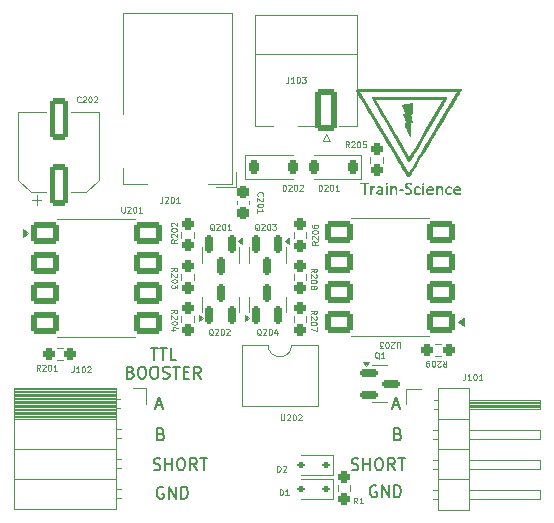
<source format=gbr>
%TF.GenerationSoftware,KiCad,Pcbnew,7.0.11*%
%TF.CreationDate,2024-03-26T21:19:36+01:00*%
%TF.ProjectId,booster_bare_minimum,626f6f73-7465-4725-9f62-6172655f6d69,rev?*%
%TF.SameCoordinates,Original*%
%TF.FileFunction,Legend,Top*%
%TF.FilePolarity,Positive*%
%FSLAX46Y46*%
G04 Gerber Fmt 4.6, Leading zero omitted, Abs format (unit mm)*
G04 Created by KiCad (PCBNEW 7.0.11) date 2024-03-26 21:19:36*
%MOMM*%
%LPD*%
G01*
G04 APERTURE LIST*
G04 Aperture macros list*
%AMRoundRect*
0 Rectangle with rounded corners*
0 $1 Rounding radius*
0 $2 $3 $4 $5 $6 $7 $8 $9 X,Y pos of 4 corners*
0 Add a 4 corners polygon primitive as box body*
4,1,4,$2,$3,$4,$5,$6,$7,$8,$9,$2,$3,0*
0 Add four circle primitives for the rounded corners*
1,1,$1+$1,$2,$3*
1,1,$1+$1,$4,$5*
1,1,$1+$1,$6,$7*
1,1,$1+$1,$8,$9*
0 Add four rect primitives between the rounded corners*
20,1,$1+$1,$2,$3,$4,$5,0*
20,1,$1+$1,$4,$5,$6,$7,0*
20,1,$1+$1,$6,$7,$8,$9,0*
20,1,$1+$1,$8,$9,$2,$3,0*%
G04 Aperture macros list end*
%ADD10C,0.150000*%
%ADD11C,0.075000*%
%ADD12C,0.120000*%
%ADD13RoundRect,0.237500X0.237500X-0.250000X0.237500X0.250000X-0.237500X0.250000X-0.237500X-0.250000X0*%
%ADD14RoundRect,0.150000X-0.587500X-0.150000X0.587500X-0.150000X0.587500X0.150000X-0.587500X0.150000X0*%
%ADD15RoundRect,0.112500X0.187500X0.112500X-0.187500X0.112500X-0.187500X-0.112500X0.187500X-0.112500X0*%
%ADD16RoundRect,0.237500X0.250000X0.237500X-0.250000X0.237500X-0.250000X-0.237500X0.250000X-0.237500X0*%
%ADD17RoundRect,0.237500X-0.237500X0.250000X-0.237500X-0.250000X0.237500X-0.250000X0.237500X0.250000X0*%
%ADD18RoundRect,0.150000X0.150000X-0.587500X0.150000X0.587500X-0.150000X0.587500X-0.150000X-0.587500X0*%
%ADD19C,3.200000*%
%ADD20RoundRect,0.150000X-0.150000X0.587500X-0.150000X-0.587500X0.150000X-0.587500X0.150000X0.587500X0*%
%ADD21R,2.000000X1.780000*%
%ADD22R,1.700000X1.700000*%
%ADD23O,1.700000X1.700000*%
%ADD24RoundRect,0.250000X0.550000X-1.500000X0.550000X1.500000X-0.550000X1.500000X-0.550000X-1.500000X0*%
%ADD25R,4.600000X2.000000*%
%ADD26O,4.200000X2.000000*%
%ADD27O,2.000000X4.200000*%
%ADD28RoundRect,0.225000X-0.225000X-0.375000X0.225000X-0.375000X0.225000X0.375000X-0.225000X0.375000X0*%
%ADD29RoundRect,0.250000X0.650000X1.550000X-0.650000X1.550000X-0.650000X-1.550000X0.650000X-1.550000X0*%
%ADD30O,1.800000X3.600000*%
%ADD31RoundRect,0.237500X-0.237500X0.300000X-0.237500X-0.300000X0.237500X-0.300000X0.237500X0.300000X0*%
%ADD32RoundRect,0.250000X0.900000X0.675000X-0.900000X0.675000X-0.900000X-0.675000X0.900000X-0.675000X0*%
%ADD33RoundRect,0.250000X-0.900000X-0.675000X0.900000X-0.675000X0.900000X0.675000X-0.900000X0.675000X0*%
%ADD34RoundRect,0.225000X0.225000X0.375000X-0.225000X0.375000X-0.225000X-0.375000X0.225000X-0.375000X0*%
G04 APERTURE END LIST*
D10*
X163992112Y-71736009D02*
X164134969Y-71783628D01*
X164134969Y-71783628D02*
X164182588Y-71831247D01*
X164182588Y-71831247D02*
X164230207Y-71926485D01*
X164230207Y-71926485D02*
X164230207Y-72069342D01*
X164230207Y-72069342D02*
X164182588Y-72164580D01*
X164182588Y-72164580D02*
X164134969Y-72212200D01*
X164134969Y-72212200D02*
X164039731Y-72259819D01*
X164039731Y-72259819D02*
X163658779Y-72259819D01*
X163658779Y-72259819D02*
X163658779Y-71259819D01*
X163658779Y-71259819D02*
X163992112Y-71259819D01*
X163992112Y-71259819D02*
X164087350Y-71307438D01*
X164087350Y-71307438D02*
X164134969Y-71355057D01*
X164134969Y-71355057D02*
X164182588Y-71450295D01*
X164182588Y-71450295D02*
X164182588Y-71545533D01*
X164182588Y-71545533D02*
X164134969Y-71640771D01*
X164134969Y-71640771D02*
X164087350Y-71688390D01*
X164087350Y-71688390D02*
X163992112Y-71736009D01*
X163992112Y-71736009D02*
X163658779Y-71736009D01*
X163357160Y-74752200D02*
X163500017Y-74799819D01*
X163500017Y-74799819D02*
X163738112Y-74799819D01*
X163738112Y-74799819D02*
X163833350Y-74752200D01*
X163833350Y-74752200D02*
X163880969Y-74704580D01*
X163880969Y-74704580D02*
X163928588Y-74609342D01*
X163928588Y-74609342D02*
X163928588Y-74514104D01*
X163928588Y-74514104D02*
X163880969Y-74418866D01*
X163880969Y-74418866D02*
X163833350Y-74371247D01*
X163833350Y-74371247D02*
X163738112Y-74323628D01*
X163738112Y-74323628D02*
X163547636Y-74276009D01*
X163547636Y-74276009D02*
X163452398Y-74228390D01*
X163452398Y-74228390D02*
X163404779Y-74180771D01*
X163404779Y-74180771D02*
X163357160Y-74085533D01*
X163357160Y-74085533D02*
X163357160Y-73990295D01*
X163357160Y-73990295D02*
X163404779Y-73895057D01*
X163404779Y-73895057D02*
X163452398Y-73847438D01*
X163452398Y-73847438D02*
X163547636Y-73799819D01*
X163547636Y-73799819D02*
X163785731Y-73799819D01*
X163785731Y-73799819D02*
X163928588Y-73847438D01*
X164357160Y-74799819D02*
X164357160Y-73799819D01*
X164357160Y-74276009D02*
X164928588Y-74276009D01*
X164928588Y-74799819D02*
X164928588Y-73799819D01*
X165595255Y-73799819D02*
X165785731Y-73799819D01*
X165785731Y-73799819D02*
X165880969Y-73847438D01*
X165880969Y-73847438D02*
X165976207Y-73942676D01*
X165976207Y-73942676D02*
X166023826Y-74133152D01*
X166023826Y-74133152D02*
X166023826Y-74466485D01*
X166023826Y-74466485D02*
X165976207Y-74656961D01*
X165976207Y-74656961D02*
X165880969Y-74752200D01*
X165880969Y-74752200D02*
X165785731Y-74799819D01*
X165785731Y-74799819D02*
X165595255Y-74799819D01*
X165595255Y-74799819D02*
X165500017Y-74752200D01*
X165500017Y-74752200D02*
X165404779Y-74656961D01*
X165404779Y-74656961D02*
X165357160Y-74466485D01*
X165357160Y-74466485D02*
X165357160Y-74133152D01*
X165357160Y-74133152D02*
X165404779Y-73942676D01*
X165404779Y-73942676D02*
X165500017Y-73847438D01*
X165500017Y-73847438D02*
X165595255Y-73799819D01*
X167023826Y-74799819D02*
X166690493Y-74323628D01*
X166452398Y-74799819D02*
X166452398Y-73799819D01*
X166452398Y-73799819D02*
X166833350Y-73799819D01*
X166833350Y-73799819D02*
X166928588Y-73847438D01*
X166928588Y-73847438D02*
X166976207Y-73895057D01*
X166976207Y-73895057D02*
X167023826Y-73990295D01*
X167023826Y-73990295D02*
X167023826Y-74133152D01*
X167023826Y-74133152D02*
X166976207Y-74228390D01*
X166976207Y-74228390D02*
X166928588Y-74276009D01*
X166928588Y-74276009D02*
X166833350Y-74323628D01*
X166833350Y-74323628D02*
X166452398Y-74323628D01*
X167309541Y-73799819D02*
X167880969Y-73799819D01*
X167595255Y-74799819D02*
X167595255Y-73799819D01*
X163611160Y-69307104D02*
X164087350Y-69307104D01*
X163515922Y-69592819D02*
X163849255Y-68592819D01*
X163849255Y-68592819D02*
X164182588Y-69592819D01*
X182216588Y-76133438D02*
X182121350Y-76085819D01*
X182121350Y-76085819D02*
X181978493Y-76085819D01*
X181978493Y-76085819D02*
X181835636Y-76133438D01*
X181835636Y-76133438D02*
X181740398Y-76228676D01*
X181740398Y-76228676D02*
X181692779Y-76323914D01*
X181692779Y-76323914D02*
X181645160Y-76514390D01*
X181645160Y-76514390D02*
X181645160Y-76657247D01*
X181645160Y-76657247D02*
X181692779Y-76847723D01*
X181692779Y-76847723D02*
X181740398Y-76942961D01*
X181740398Y-76942961D02*
X181835636Y-77038200D01*
X181835636Y-77038200D02*
X181978493Y-77085819D01*
X181978493Y-77085819D02*
X182073731Y-77085819D01*
X182073731Y-77085819D02*
X182216588Y-77038200D01*
X182216588Y-77038200D02*
X182264207Y-76990580D01*
X182264207Y-76990580D02*
X182264207Y-76657247D01*
X182264207Y-76657247D02*
X182073731Y-76657247D01*
X182692779Y-77085819D02*
X182692779Y-76085819D01*
X182692779Y-76085819D02*
X183264207Y-77085819D01*
X183264207Y-77085819D02*
X183264207Y-76085819D01*
X183740398Y-77085819D02*
X183740398Y-76085819D01*
X183740398Y-76085819D02*
X183978493Y-76085819D01*
X183978493Y-76085819D02*
X184121350Y-76133438D01*
X184121350Y-76133438D02*
X184216588Y-76228676D01*
X184216588Y-76228676D02*
X184264207Y-76323914D01*
X184264207Y-76323914D02*
X184311826Y-76514390D01*
X184311826Y-76514390D02*
X184311826Y-76657247D01*
X184311826Y-76657247D02*
X184264207Y-76847723D01*
X184264207Y-76847723D02*
X184216588Y-76942961D01*
X184216588Y-76942961D02*
X184121350Y-77038200D01*
X184121350Y-77038200D02*
X183978493Y-77085819D01*
X183978493Y-77085819D02*
X183740398Y-77085819D01*
X184058112Y-71736009D02*
X184200969Y-71783628D01*
X184200969Y-71783628D02*
X184248588Y-71831247D01*
X184248588Y-71831247D02*
X184296207Y-71926485D01*
X184296207Y-71926485D02*
X184296207Y-72069342D01*
X184296207Y-72069342D02*
X184248588Y-72164580D01*
X184248588Y-72164580D02*
X184200969Y-72212200D01*
X184200969Y-72212200D02*
X184105731Y-72259819D01*
X184105731Y-72259819D02*
X183724779Y-72259819D01*
X183724779Y-72259819D02*
X183724779Y-71259819D01*
X183724779Y-71259819D02*
X184058112Y-71259819D01*
X184058112Y-71259819D02*
X184153350Y-71307438D01*
X184153350Y-71307438D02*
X184200969Y-71355057D01*
X184200969Y-71355057D02*
X184248588Y-71450295D01*
X184248588Y-71450295D02*
X184248588Y-71545533D01*
X184248588Y-71545533D02*
X184200969Y-71640771D01*
X184200969Y-71640771D02*
X184153350Y-71688390D01*
X184153350Y-71688390D02*
X184058112Y-71736009D01*
X184058112Y-71736009D02*
X183724779Y-71736009D01*
X180121160Y-74752200D02*
X180264017Y-74799819D01*
X180264017Y-74799819D02*
X180502112Y-74799819D01*
X180502112Y-74799819D02*
X180597350Y-74752200D01*
X180597350Y-74752200D02*
X180644969Y-74704580D01*
X180644969Y-74704580D02*
X180692588Y-74609342D01*
X180692588Y-74609342D02*
X180692588Y-74514104D01*
X180692588Y-74514104D02*
X180644969Y-74418866D01*
X180644969Y-74418866D02*
X180597350Y-74371247D01*
X180597350Y-74371247D02*
X180502112Y-74323628D01*
X180502112Y-74323628D02*
X180311636Y-74276009D01*
X180311636Y-74276009D02*
X180216398Y-74228390D01*
X180216398Y-74228390D02*
X180168779Y-74180771D01*
X180168779Y-74180771D02*
X180121160Y-74085533D01*
X180121160Y-74085533D02*
X180121160Y-73990295D01*
X180121160Y-73990295D02*
X180168779Y-73895057D01*
X180168779Y-73895057D02*
X180216398Y-73847438D01*
X180216398Y-73847438D02*
X180311636Y-73799819D01*
X180311636Y-73799819D02*
X180549731Y-73799819D01*
X180549731Y-73799819D02*
X180692588Y-73847438D01*
X181121160Y-74799819D02*
X181121160Y-73799819D01*
X181121160Y-74276009D02*
X181692588Y-74276009D01*
X181692588Y-74799819D02*
X181692588Y-73799819D01*
X182359255Y-73799819D02*
X182549731Y-73799819D01*
X182549731Y-73799819D02*
X182644969Y-73847438D01*
X182644969Y-73847438D02*
X182740207Y-73942676D01*
X182740207Y-73942676D02*
X182787826Y-74133152D01*
X182787826Y-74133152D02*
X182787826Y-74466485D01*
X182787826Y-74466485D02*
X182740207Y-74656961D01*
X182740207Y-74656961D02*
X182644969Y-74752200D01*
X182644969Y-74752200D02*
X182549731Y-74799819D01*
X182549731Y-74799819D02*
X182359255Y-74799819D01*
X182359255Y-74799819D02*
X182264017Y-74752200D01*
X182264017Y-74752200D02*
X182168779Y-74656961D01*
X182168779Y-74656961D02*
X182121160Y-74466485D01*
X182121160Y-74466485D02*
X182121160Y-74133152D01*
X182121160Y-74133152D02*
X182168779Y-73942676D01*
X182168779Y-73942676D02*
X182264017Y-73847438D01*
X182264017Y-73847438D02*
X182359255Y-73799819D01*
X183787826Y-74799819D02*
X183454493Y-74323628D01*
X183216398Y-74799819D02*
X183216398Y-73799819D01*
X183216398Y-73799819D02*
X183597350Y-73799819D01*
X183597350Y-73799819D02*
X183692588Y-73847438D01*
X183692588Y-73847438D02*
X183740207Y-73895057D01*
X183740207Y-73895057D02*
X183787826Y-73990295D01*
X183787826Y-73990295D02*
X183787826Y-74133152D01*
X183787826Y-74133152D02*
X183740207Y-74228390D01*
X183740207Y-74228390D02*
X183692588Y-74276009D01*
X183692588Y-74276009D02*
X183597350Y-74323628D01*
X183597350Y-74323628D02*
X183216398Y-74323628D01*
X184073541Y-73799819D02*
X184644969Y-73799819D01*
X184359255Y-74799819D02*
X184359255Y-73799819D01*
X163139571Y-64442819D02*
X163710999Y-64442819D01*
X163425285Y-65442819D02*
X163425285Y-64442819D01*
X163901476Y-64442819D02*
X164472904Y-64442819D01*
X164187190Y-65442819D02*
X164187190Y-64442819D01*
X165282428Y-65442819D02*
X164806238Y-65442819D01*
X164806238Y-65442819D02*
X164806238Y-64442819D01*
X161425285Y-66529009D02*
X161568142Y-66576628D01*
X161568142Y-66576628D02*
X161615761Y-66624247D01*
X161615761Y-66624247D02*
X161663380Y-66719485D01*
X161663380Y-66719485D02*
X161663380Y-66862342D01*
X161663380Y-66862342D02*
X161615761Y-66957580D01*
X161615761Y-66957580D02*
X161568142Y-67005200D01*
X161568142Y-67005200D02*
X161472904Y-67052819D01*
X161472904Y-67052819D02*
X161091952Y-67052819D01*
X161091952Y-67052819D02*
X161091952Y-66052819D01*
X161091952Y-66052819D02*
X161425285Y-66052819D01*
X161425285Y-66052819D02*
X161520523Y-66100438D01*
X161520523Y-66100438D02*
X161568142Y-66148057D01*
X161568142Y-66148057D02*
X161615761Y-66243295D01*
X161615761Y-66243295D02*
X161615761Y-66338533D01*
X161615761Y-66338533D02*
X161568142Y-66433771D01*
X161568142Y-66433771D02*
X161520523Y-66481390D01*
X161520523Y-66481390D02*
X161425285Y-66529009D01*
X161425285Y-66529009D02*
X161091952Y-66529009D01*
X162282428Y-66052819D02*
X162472904Y-66052819D01*
X162472904Y-66052819D02*
X162568142Y-66100438D01*
X162568142Y-66100438D02*
X162663380Y-66195676D01*
X162663380Y-66195676D02*
X162710999Y-66386152D01*
X162710999Y-66386152D02*
X162710999Y-66719485D01*
X162710999Y-66719485D02*
X162663380Y-66909961D01*
X162663380Y-66909961D02*
X162568142Y-67005200D01*
X162568142Y-67005200D02*
X162472904Y-67052819D01*
X162472904Y-67052819D02*
X162282428Y-67052819D01*
X162282428Y-67052819D02*
X162187190Y-67005200D01*
X162187190Y-67005200D02*
X162091952Y-66909961D01*
X162091952Y-66909961D02*
X162044333Y-66719485D01*
X162044333Y-66719485D02*
X162044333Y-66386152D01*
X162044333Y-66386152D02*
X162091952Y-66195676D01*
X162091952Y-66195676D02*
X162187190Y-66100438D01*
X162187190Y-66100438D02*
X162282428Y-66052819D01*
X163330047Y-66052819D02*
X163520523Y-66052819D01*
X163520523Y-66052819D02*
X163615761Y-66100438D01*
X163615761Y-66100438D02*
X163710999Y-66195676D01*
X163710999Y-66195676D02*
X163758618Y-66386152D01*
X163758618Y-66386152D02*
X163758618Y-66719485D01*
X163758618Y-66719485D02*
X163710999Y-66909961D01*
X163710999Y-66909961D02*
X163615761Y-67005200D01*
X163615761Y-67005200D02*
X163520523Y-67052819D01*
X163520523Y-67052819D02*
X163330047Y-67052819D01*
X163330047Y-67052819D02*
X163234809Y-67005200D01*
X163234809Y-67005200D02*
X163139571Y-66909961D01*
X163139571Y-66909961D02*
X163091952Y-66719485D01*
X163091952Y-66719485D02*
X163091952Y-66386152D01*
X163091952Y-66386152D02*
X163139571Y-66195676D01*
X163139571Y-66195676D02*
X163234809Y-66100438D01*
X163234809Y-66100438D02*
X163330047Y-66052819D01*
X164139571Y-67005200D02*
X164282428Y-67052819D01*
X164282428Y-67052819D02*
X164520523Y-67052819D01*
X164520523Y-67052819D02*
X164615761Y-67005200D01*
X164615761Y-67005200D02*
X164663380Y-66957580D01*
X164663380Y-66957580D02*
X164710999Y-66862342D01*
X164710999Y-66862342D02*
X164710999Y-66767104D01*
X164710999Y-66767104D02*
X164663380Y-66671866D01*
X164663380Y-66671866D02*
X164615761Y-66624247D01*
X164615761Y-66624247D02*
X164520523Y-66576628D01*
X164520523Y-66576628D02*
X164330047Y-66529009D01*
X164330047Y-66529009D02*
X164234809Y-66481390D01*
X164234809Y-66481390D02*
X164187190Y-66433771D01*
X164187190Y-66433771D02*
X164139571Y-66338533D01*
X164139571Y-66338533D02*
X164139571Y-66243295D01*
X164139571Y-66243295D02*
X164187190Y-66148057D01*
X164187190Y-66148057D02*
X164234809Y-66100438D01*
X164234809Y-66100438D02*
X164330047Y-66052819D01*
X164330047Y-66052819D02*
X164568142Y-66052819D01*
X164568142Y-66052819D02*
X164710999Y-66100438D01*
X164996714Y-66052819D02*
X165568142Y-66052819D01*
X165282428Y-67052819D02*
X165282428Y-66052819D01*
X165901476Y-66529009D02*
X166234809Y-66529009D01*
X166377666Y-67052819D02*
X165901476Y-67052819D01*
X165901476Y-67052819D02*
X165901476Y-66052819D01*
X165901476Y-66052819D02*
X166377666Y-66052819D01*
X167377666Y-67052819D02*
X167044333Y-66576628D01*
X166806238Y-67052819D02*
X166806238Y-66052819D01*
X166806238Y-66052819D02*
X167187190Y-66052819D01*
X167187190Y-66052819D02*
X167282428Y-66100438D01*
X167282428Y-66100438D02*
X167330047Y-66148057D01*
X167330047Y-66148057D02*
X167377666Y-66243295D01*
X167377666Y-66243295D02*
X167377666Y-66386152D01*
X167377666Y-66386152D02*
X167330047Y-66481390D01*
X167330047Y-66481390D02*
X167282428Y-66529009D01*
X167282428Y-66529009D02*
X167187190Y-66576628D01*
X167187190Y-66576628D02*
X166806238Y-66576628D01*
X183677160Y-69307104D02*
X184153350Y-69307104D01*
X183581922Y-69592819D02*
X183915255Y-68592819D01*
X183915255Y-68592819D02*
X184248588Y-69592819D01*
X164182588Y-76260438D02*
X164087350Y-76212819D01*
X164087350Y-76212819D02*
X163944493Y-76212819D01*
X163944493Y-76212819D02*
X163801636Y-76260438D01*
X163801636Y-76260438D02*
X163706398Y-76355676D01*
X163706398Y-76355676D02*
X163658779Y-76450914D01*
X163658779Y-76450914D02*
X163611160Y-76641390D01*
X163611160Y-76641390D02*
X163611160Y-76784247D01*
X163611160Y-76784247D02*
X163658779Y-76974723D01*
X163658779Y-76974723D02*
X163706398Y-77069961D01*
X163706398Y-77069961D02*
X163801636Y-77165200D01*
X163801636Y-77165200D02*
X163944493Y-77212819D01*
X163944493Y-77212819D02*
X164039731Y-77212819D01*
X164039731Y-77212819D02*
X164182588Y-77165200D01*
X164182588Y-77165200D02*
X164230207Y-77117580D01*
X164230207Y-77117580D02*
X164230207Y-76784247D01*
X164230207Y-76784247D02*
X164039731Y-76784247D01*
X164658779Y-77212819D02*
X164658779Y-76212819D01*
X164658779Y-76212819D02*
X165230207Y-77212819D01*
X165230207Y-77212819D02*
X165230207Y-76212819D01*
X165706398Y-77212819D02*
X165706398Y-76212819D01*
X165706398Y-76212819D02*
X165944493Y-76212819D01*
X165944493Y-76212819D02*
X166087350Y-76260438D01*
X166087350Y-76260438D02*
X166182588Y-76355676D01*
X166182588Y-76355676D02*
X166230207Y-76450914D01*
X166230207Y-76450914D02*
X166277826Y-76641390D01*
X166277826Y-76641390D02*
X166277826Y-76784247D01*
X166277826Y-76784247D02*
X166230207Y-76974723D01*
X166230207Y-76974723D02*
X166182588Y-77069961D01*
X166182588Y-77069961D02*
X166087350Y-77165200D01*
X166087350Y-77165200D02*
X165944493Y-77212819D01*
X165944493Y-77212819D02*
X165706398Y-77212819D01*
D11*
X180616666Y-77627409D02*
X180450000Y-77389314D01*
X180330952Y-77627409D02*
X180330952Y-77127409D01*
X180330952Y-77127409D02*
X180521428Y-77127409D01*
X180521428Y-77127409D02*
X180569047Y-77151219D01*
X180569047Y-77151219D02*
X180592857Y-77175028D01*
X180592857Y-77175028D02*
X180616666Y-77222647D01*
X180616666Y-77222647D02*
X180616666Y-77294076D01*
X180616666Y-77294076D02*
X180592857Y-77341695D01*
X180592857Y-77341695D02*
X180569047Y-77365504D01*
X180569047Y-77365504D02*
X180521428Y-77389314D01*
X180521428Y-77389314D02*
X180330952Y-77389314D01*
X181092857Y-77627409D02*
X180807143Y-77627409D01*
X180950000Y-77627409D02*
X180950000Y-77127409D01*
X180950000Y-77127409D02*
X180902381Y-77198838D01*
X180902381Y-77198838D02*
X180854762Y-77246457D01*
X180854762Y-77246457D02*
X180807143Y-77270266D01*
X182452380Y-65375028D02*
X182404761Y-65351219D01*
X182404761Y-65351219D02*
X182357142Y-65303600D01*
X182357142Y-65303600D02*
X182285714Y-65232171D01*
X182285714Y-65232171D02*
X182238095Y-65208361D01*
X182238095Y-65208361D02*
X182190476Y-65208361D01*
X182214285Y-65327409D02*
X182166666Y-65303600D01*
X182166666Y-65303600D02*
X182119047Y-65255980D01*
X182119047Y-65255980D02*
X182095238Y-65160742D01*
X182095238Y-65160742D02*
X182095238Y-64994076D01*
X182095238Y-64994076D02*
X182119047Y-64898838D01*
X182119047Y-64898838D02*
X182166666Y-64851219D01*
X182166666Y-64851219D02*
X182214285Y-64827409D01*
X182214285Y-64827409D02*
X182309523Y-64827409D01*
X182309523Y-64827409D02*
X182357142Y-64851219D01*
X182357142Y-64851219D02*
X182404761Y-64898838D01*
X182404761Y-64898838D02*
X182428571Y-64994076D01*
X182428571Y-64994076D02*
X182428571Y-65160742D01*
X182428571Y-65160742D02*
X182404761Y-65255980D01*
X182404761Y-65255980D02*
X182357142Y-65303600D01*
X182357142Y-65303600D02*
X182309523Y-65327409D01*
X182309523Y-65327409D02*
X182214285Y-65327409D01*
X182904762Y-65327409D02*
X182619048Y-65327409D01*
X182761905Y-65327409D02*
X182761905Y-64827409D01*
X182761905Y-64827409D02*
X182714286Y-64898838D01*
X182714286Y-64898838D02*
X182666667Y-64946457D01*
X182666667Y-64946457D02*
X182619048Y-64970266D01*
X173830952Y-74927409D02*
X173830952Y-74427409D01*
X173830952Y-74427409D02*
X173950000Y-74427409D01*
X173950000Y-74427409D02*
X174021428Y-74451219D01*
X174021428Y-74451219D02*
X174069047Y-74498838D01*
X174069047Y-74498838D02*
X174092857Y-74546457D01*
X174092857Y-74546457D02*
X174116666Y-74641695D01*
X174116666Y-74641695D02*
X174116666Y-74713123D01*
X174116666Y-74713123D02*
X174092857Y-74808361D01*
X174092857Y-74808361D02*
X174069047Y-74855980D01*
X174069047Y-74855980D02*
X174021428Y-74903600D01*
X174021428Y-74903600D02*
X173950000Y-74927409D01*
X173950000Y-74927409D02*
X173830952Y-74927409D01*
X174307143Y-74475028D02*
X174330952Y-74451219D01*
X174330952Y-74451219D02*
X174378571Y-74427409D01*
X174378571Y-74427409D02*
X174497619Y-74427409D01*
X174497619Y-74427409D02*
X174545238Y-74451219D01*
X174545238Y-74451219D02*
X174569047Y-74475028D01*
X174569047Y-74475028D02*
X174592857Y-74522647D01*
X174592857Y-74522647D02*
X174592857Y-74570266D01*
X174592857Y-74570266D02*
X174569047Y-74641695D01*
X174569047Y-74641695D02*
X174283333Y-74927409D01*
X174283333Y-74927409D02*
X174592857Y-74927409D01*
X174030952Y-76927409D02*
X174030952Y-76427409D01*
X174030952Y-76427409D02*
X174150000Y-76427409D01*
X174150000Y-76427409D02*
X174221428Y-76451219D01*
X174221428Y-76451219D02*
X174269047Y-76498838D01*
X174269047Y-76498838D02*
X174292857Y-76546457D01*
X174292857Y-76546457D02*
X174316666Y-76641695D01*
X174316666Y-76641695D02*
X174316666Y-76713123D01*
X174316666Y-76713123D02*
X174292857Y-76808361D01*
X174292857Y-76808361D02*
X174269047Y-76855980D01*
X174269047Y-76855980D02*
X174221428Y-76903600D01*
X174221428Y-76903600D02*
X174150000Y-76927409D01*
X174150000Y-76927409D02*
X174030952Y-76927409D01*
X174792857Y-76927409D02*
X174507143Y-76927409D01*
X174650000Y-76927409D02*
X174650000Y-76427409D01*
X174650000Y-76427409D02*
X174602381Y-76498838D01*
X174602381Y-76498838D02*
X174554762Y-76546457D01*
X174554762Y-76546457D02*
X174507143Y-76570266D01*
X153745476Y-66394409D02*
X153578810Y-66156314D01*
X153459762Y-66394409D02*
X153459762Y-65894409D01*
X153459762Y-65894409D02*
X153650238Y-65894409D01*
X153650238Y-65894409D02*
X153697857Y-65918219D01*
X153697857Y-65918219D02*
X153721667Y-65942028D01*
X153721667Y-65942028D02*
X153745476Y-65989647D01*
X153745476Y-65989647D02*
X153745476Y-66061076D01*
X153745476Y-66061076D02*
X153721667Y-66108695D01*
X153721667Y-66108695D02*
X153697857Y-66132504D01*
X153697857Y-66132504D02*
X153650238Y-66156314D01*
X153650238Y-66156314D02*
X153459762Y-66156314D01*
X153935953Y-65942028D02*
X153959762Y-65918219D01*
X153959762Y-65918219D02*
X154007381Y-65894409D01*
X154007381Y-65894409D02*
X154126429Y-65894409D01*
X154126429Y-65894409D02*
X154174048Y-65918219D01*
X154174048Y-65918219D02*
X154197857Y-65942028D01*
X154197857Y-65942028D02*
X154221667Y-65989647D01*
X154221667Y-65989647D02*
X154221667Y-66037266D01*
X154221667Y-66037266D02*
X154197857Y-66108695D01*
X154197857Y-66108695D02*
X153912143Y-66394409D01*
X153912143Y-66394409D02*
X154221667Y-66394409D01*
X154531190Y-65894409D02*
X154578809Y-65894409D01*
X154578809Y-65894409D02*
X154626428Y-65918219D01*
X154626428Y-65918219D02*
X154650238Y-65942028D01*
X154650238Y-65942028D02*
X154674047Y-65989647D01*
X154674047Y-65989647D02*
X154697857Y-66084885D01*
X154697857Y-66084885D02*
X154697857Y-66203933D01*
X154697857Y-66203933D02*
X154674047Y-66299171D01*
X154674047Y-66299171D02*
X154650238Y-66346790D01*
X154650238Y-66346790D02*
X154626428Y-66370600D01*
X154626428Y-66370600D02*
X154578809Y-66394409D01*
X154578809Y-66394409D02*
X154531190Y-66394409D01*
X154531190Y-66394409D02*
X154483571Y-66370600D01*
X154483571Y-66370600D02*
X154459762Y-66346790D01*
X154459762Y-66346790D02*
X154435952Y-66299171D01*
X154435952Y-66299171D02*
X154412143Y-66203933D01*
X154412143Y-66203933D02*
X154412143Y-66084885D01*
X154412143Y-66084885D02*
X154435952Y-65989647D01*
X154435952Y-65989647D02*
X154459762Y-65942028D01*
X154459762Y-65942028D02*
X154483571Y-65918219D01*
X154483571Y-65918219D02*
X154531190Y-65894409D01*
X155174047Y-66394409D02*
X154888333Y-66394409D01*
X155031190Y-66394409D02*
X155031190Y-65894409D01*
X155031190Y-65894409D02*
X154983571Y-65965838D01*
X154983571Y-65965838D02*
X154935952Y-66013457D01*
X154935952Y-66013457D02*
X154888333Y-66037266D01*
X164873090Y-57987476D02*
X165111185Y-57820810D01*
X164873090Y-57701762D02*
X165373090Y-57701762D01*
X165373090Y-57701762D02*
X165373090Y-57892238D01*
X165373090Y-57892238D02*
X165349280Y-57939857D01*
X165349280Y-57939857D02*
X165325471Y-57963667D01*
X165325471Y-57963667D02*
X165277852Y-57987476D01*
X165277852Y-57987476D02*
X165206423Y-57987476D01*
X165206423Y-57987476D02*
X165158804Y-57963667D01*
X165158804Y-57963667D02*
X165134995Y-57939857D01*
X165134995Y-57939857D02*
X165111185Y-57892238D01*
X165111185Y-57892238D02*
X165111185Y-57701762D01*
X165325471Y-58177953D02*
X165349280Y-58201762D01*
X165349280Y-58201762D02*
X165373090Y-58249381D01*
X165373090Y-58249381D02*
X165373090Y-58368429D01*
X165373090Y-58368429D02*
X165349280Y-58416048D01*
X165349280Y-58416048D02*
X165325471Y-58439857D01*
X165325471Y-58439857D02*
X165277852Y-58463667D01*
X165277852Y-58463667D02*
X165230233Y-58463667D01*
X165230233Y-58463667D02*
X165158804Y-58439857D01*
X165158804Y-58439857D02*
X164873090Y-58154143D01*
X164873090Y-58154143D02*
X164873090Y-58463667D01*
X165373090Y-58773190D02*
X165373090Y-58820809D01*
X165373090Y-58820809D02*
X165349280Y-58868428D01*
X165349280Y-58868428D02*
X165325471Y-58892238D01*
X165325471Y-58892238D02*
X165277852Y-58916047D01*
X165277852Y-58916047D02*
X165182614Y-58939857D01*
X165182614Y-58939857D02*
X165063566Y-58939857D01*
X165063566Y-58939857D02*
X164968328Y-58916047D01*
X164968328Y-58916047D02*
X164920709Y-58892238D01*
X164920709Y-58892238D02*
X164896900Y-58868428D01*
X164896900Y-58868428D02*
X164873090Y-58820809D01*
X164873090Y-58820809D02*
X164873090Y-58773190D01*
X164873090Y-58773190D02*
X164896900Y-58725571D01*
X164896900Y-58725571D02*
X164920709Y-58701762D01*
X164920709Y-58701762D02*
X164968328Y-58677952D01*
X164968328Y-58677952D02*
X165063566Y-58654143D01*
X165063566Y-58654143D02*
X165182614Y-58654143D01*
X165182614Y-58654143D02*
X165277852Y-58677952D01*
X165277852Y-58677952D02*
X165325471Y-58701762D01*
X165325471Y-58701762D02*
X165349280Y-58725571D01*
X165349280Y-58725571D02*
X165373090Y-58773190D01*
X165373090Y-59106523D02*
X165373090Y-59416047D01*
X165373090Y-59416047D02*
X165182614Y-59249380D01*
X165182614Y-59249380D02*
X165182614Y-59320809D01*
X165182614Y-59320809D02*
X165158804Y-59368428D01*
X165158804Y-59368428D02*
X165134995Y-59392237D01*
X165134995Y-59392237D02*
X165087376Y-59416047D01*
X165087376Y-59416047D02*
X164968328Y-59416047D01*
X164968328Y-59416047D02*
X164920709Y-59392237D01*
X164920709Y-59392237D02*
X164896900Y-59368428D01*
X164896900Y-59368428D02*
X164873090Y-59320809D01*
X164873090Y-59320809D02*
X164873090Y-59177952D01*
X164873090Y-59177952D02*
X164896900Y-59130333D01*
X164896900Y-59130333D02*
X164920709Y-59106523D01*
X172450690Y-63394028D02*
X172403071Y-63370219D01*
X172403071Y-63370219D02*
X172355452Y-63322600D01*
X172355452Y-63322600D02*
X172284024Y-63251171D01*
X172284024Y-63251171D02*
X172236405Y-63227361D01*
X172236405Y-63227361D02*
X172188786Y-63227361D01*
X172212595Y-63346409D02*
X172164976Y-63322600D01*
X172164976Y-63322600D02*
X172117357Y-63274980D01*
X172117357Y-63274980D02*
X172093548Y-63179742D01*
X172093548Y-63179742D02*
X172093548Y-63013076D01*
X172093548Y-63013076D02*
X172117357Y-62917838D01*
X172117357Y-62917838D02*
X172164976Y-62870219D01*
X172164976Y-62870219D02*
X172212595Y-62846409D01*
X172212595Y-62846409D02*
X172307833Y-62846409D01*
X172307833Y-62846409D02*
X172355452Y-62870219D01*
X172355452Y-62870219D02*
X172403071Y-62917838D01*
X172403071Y-62917838D02*
X172426881Y-63013076D01*
X172426881Y-63013076D02*
X172426881Y-63179742D01*
X172426881Y-63179742D02*
X172403071Y-63274980D01*
X172403071Y-63274980D02*
X172355452Y-63322600D01*
X172355452Y-63322600D02*
X172307833Y-63346409D01*
X172307833Y-63346409D02*
X172212595Y-63346409D01*
X172617358Y-62894028D02*
X172641167Y-62870219D01*
X172641167Y-62870219D02*
X172688786Y-62846409D01*
X172688786Y-62846409D02*
X172807834Y-62846409D01*
X172807834Y-62846409D02*
X172855453Y-62870219D01*
X172855453Y-62870219D02*
X172879262Y-62894028D01*
X172879262Y-62894028D02*
X172903072Y-62941647D01*
X172903072Y-62941647D02*
X172903072Y-62989266D01*
X172903072Y-62989266D02*
X172879262Y-63060695D01*
X172879262Y-63060695D02*
X172593548Y-63346409D01*
X172593548Y-63346409D02*
X172903072Y-63346409D01*
X173212595Y-62846409D02*
X173260214Y-62846409D01*
X173260214Y-62846409D02*
X173307833Y-62870219D01*
X173307833Y-62870219D02*
X173331643Y-62894028D01*
X173331643Y-62894028D02*
X173355452Y-62941647D01*
X173355452Y-62941647D02*
X173379262Y-63036885D01*
X173379262Y-63036885D02*
X173379262Y-63155933D01*
X173379262Y-63155933D02*
X173355452Y-63251171D01*
X173355452Y-63251171D02*
X173331643Y-63298790D01*
X173331643Y-63298790D02*
X173307833Y-63322600D01*
X173307833Y-63322600D02*
X173260214Y-63346409D01*
X173260214Y-63346409D02*
X173212595Y-63346409D01*
X173212595Y-63346409D02*
X173164976Y-63322600D01*
X173164976Y-63322600D02*
X173141167Y-63298790D01*
X173141167Y-63298790D02*
X173117357Y-63251171D01*
X173117357Y-63251171D02*
X173093548Y-63155933D01*
X173093548Y-63155933D02*
X173093548Y-63036885D01*
X173093548Y-63036885D02*
X173117357Y-62941647D01*
X173117357Y-62941647D02*
X173141167Y-62894028D01*
X173141167Y-62894028D02*
X173164976Y-62870219D01*
X173164976Y-62870219D02*
X173212595Y-62846409D01*
X173807833Y-63013076D02*
X173807833Y-63346409D01*
X173688785Y-62822600D02*
X173569738Y-63179742D01*
X173569738Y-63179742D02*
X173879261Y-63179742D01*
X172323690Y-54504028D02*
X172276071Y-54480219D01*
X172276071Y-54480219D02*
X172228452Y-54432600D01*
X172228452Y-54432600D02*
X172157024Y-54361171D01*
X172157024Y-54361171D02*
X172109405Y-54337361D01*
X172109405Y-54337361D02*
X172061786Y-54337361D01*
X172085595Y-54456409D02*
X172037976Y-54432600D01*
X172037976Y-54432600D02*
X171990357Y-54384980D01*
X171990357Y-54384980D02*
X171966548Y-54289742D01*
X171966548Y-54289742D02*
X171966548Y-54123076D01*
X171966548Y-54123076D02*
X171990357Y-54027838D01*
X171990357Y-54027838D02*
X172037976Y-53980219D01*
X172037976Y-53980219D02*
X172085595Y-53956409D01*
X172085595Y-53956409D02*
X172180833Y-53956409D01*
X172180833Y-53956409D02*
X172228452Y-53980219D01*
X172228452Y-53980219D02*
X172276071Y-54027838D01*
X172276071Y-54027838D02*
X172299881Y-54123076D01*
X172299881Y-54123076D02*
X172299881Y-54289742D01*
X172299881Y-54289742D02*
X172276071Y-54384980D01*
X172276071Y-54384980D02*
X172228452Y-54432600D01*
X172228452Y-54432600D02*
X172180833Y-54456409D01*
X172180833Y-54456409D02*
X172085595Y-54456409D01*
X172490358Y-54004028D02*
X172514167Y-53980219D01*
X172514167Y-53980219D02*
X172561786Y-53956409D01*
X172561786Y-53956409D02*
X172680834Y-53956409D01*
X172680834Y-53956409D02*
X172728453Y-53980219D01*
X172728453Y-53980219D02*
X172752262Y-54004028D01*
X172752262Y-54004028D02*
X172776072Y-54051647D01*
X172776072Y-54051647D02*
X172776072Y-54099266D01*
X172776072Y-54099266D02*
X172752262Y-54170695D01*
X172752262Y-54170695D02*
X172466548Y-54456409D01*
X172466548Y-54456409D02*
X172776072Y-54456409D01*
X173085595Y-53956409D02*
X173133214Y-53956409D01*
X173133214Y-53956409D02*
X173180833Y-53980219D01*
X173180833Y-53980219D02*
X173204643Y-54004028D01*
X173204643Y-54004028D02*
X173228452Y-54051647D01*
X173228452Y-54051647D02*
X173252262Y-54146885D01*
X173252262Y-54146885D02*
X173252262Y-54265933D01*
X173252262Y-54265933D02*
X173228452Y-54361171D01*
X173228452Y-54361171D02*
X173204643Y-54408790D01*
X173204643Y-54408790D02*
X173180833Y-54432600D01*
X173180833Y-54432600D02*
X173133214Y-54456409D01*
X173133214Y-54456409D02*
X173085595Y-54456409D01*
X173085595Y-54456409D02*
X173037976Y-54432600D01*
X173037976Y-54432600D02*
X173014167Y-54408790D01*
X173014167Y-54408790D02*
X172990357Y-54361171D01*
X172990357Y-54361171D02*
X172966548Y-54265933D01*
X172966548Y-54265933D02*
X172966548Y-54146885D01*
X172966548Y-54146885D02*
X172990357Y-54051647D01*
X172990357Y-54051647D02*
X173014167Y-54004028D01*
X173014167Y-54004028D02*
X173037976Y-53980219D01*
X173037976Y-53980219D02*
X173085595Y-53956409D01*
X173418928Y-53956409D02*
X173728452Y-53956409D01*
X173728452Y-53956409D02*
X173561785Y-54146885D01*
X173561785Y-54146885D02*
X173633214Y-54146885D01*
X173633214Y-54146885D02*
X173680833Y-54170695D01*
X173680833Y-54170695D02*
X173704642Y-54194504D01*
X173704642Y-54194504D02*
X173728452Y-54242123D01*
X173728452Y-54242123D02*
X173728452Y-54361171D01*
X173728452Y-54361171D02*
X173704642Y-54408790D01*
X173704642Y-54408790D02*
X173680833Y-54432600D01*
X173680833Y-54432600D02*
X173633214Y-54456409D01*
X173633214Y-54456409D02*
X173490357Y-54456409D01*
X173490357Y-54456409D02*
X173442738Y-54432600D01*
X173442738Y-54432600D02*
X173418928Y-54408790D01*
X187861523Y-65540590D02*
X188028189Y-65778685D01*
X188147237Y-65540590D02*
X188147237Y-66040590D01*
X188147237Y-66040590D02*
X187956761Y-66040590D01*
X187956761Y-66040590D02*
X187909142Y-66016780D01*
X187909142Y-66016780D02*
X187885332Y-65992971D01*
X187885332Y-65992971D02*
X187861523Y-65945352D01*
X187861523Y-65945352D02*
X187861523Y-65873923D01*
X187861523Y-65873923D02*
X187885332Y-65826304D01*
X187885332Y-65826304D02*
X187909142Y-65802495D01*
X187909142Y-65802495D02*
X187956761Y-65778685D01*
X187956761Y-65778685D02*
X188147237Y-65778685D01*
X187671046Y-65992971D02*
X187647237Y-66016780D01*
X187647237Y-66016780D02*
X187599618Y-66040590D01*
X187599618Y-66040590D02*
X187480570Y-66040590D01*
X187480570Y-66040590D02*
X187432951Y-66016780D01*
X187432951Y-66016780D02*
X187409142Y-65992971D01*
X187409142Y-65992971D02*
X187385332Y-65945352D01*
X187385332Y-65945352D02*
X187385332Y-65897733D01*
X187385332Y-65897733D02*
X187409142Y-65826304D01*
X187409142Y-65826304D02*
X187694856Y-65540590D01*
X187694856Y-65540590D02*
X187385332Y-65540590D01*
X187075809Y-66040590D02*
X187028190Y-66040590D01*
X187028190Y-66040590D02*
X186980571Y-66016780D01*
X186980571Y-66016780D02*
X186956761Y-65992971D01*
X186956761Y-65992971D02*
X186932952Y-65945352D01*
X186932952Y-65945352D02*
X186909142Y-65850114D01*
X186909142Y-65850114D02*
X186909142Y-65731066D01*
X186909142Y-65731066D02*
X186932952Y-65635828D01*
X186932952Y-65635828D02*
X186956761Y-65588209D01*
X186956761Y-65588209D02*
X186980571Y-65564400D01*
X186980571Y-65564400D02*
X187028190Y-65540590D01*
X187028190Y-65540590D02*
X187075809Y-65540590D01*
X187075809Y-65540590D02*
X187123428Y-65564400D01*
X187123428Y-65564400D02*
X187147237Y-65588209D01*
X187147237Y-65588209D02*
X187171047Y-65635828D01*
X187171047Y-65635828D02*
X187194856Y-65731066D01*
X187194856Y-65731066D02*
X187194856Y-65850114D01*
X187194856Y-65850114D02*
X187171047Y-65945352D01*
X187171047Y-65945352D02*
X187147237Y-65992971D01*
X187147237Y-65992971D02*
X187123428Y-66016780D01*
X187123428Y-66016780D02*
X187075809Y-66040590D01*
X186671047Y-65540590D02*
X186575809Y-65540590D01*
X186575809Y-65540590D02*
X186528190Y-65564400D01*
X186528190Y-65564400D02*
X186504381Y-65588209D01*
X186504381Y-65588209D02*
X186456762Y-65659638D01*
X186456762Y-65659638D02*
X186432952Y-65754876D01*
X186432952Y-65754876D02*
X186432952Y-65945352D01*
X186432952Y-65945352D02*
X186456762Y-65992971D01*
X186456762Y-65992971D02*
X186480571Y-66016780D01*
X186480571Y-66016780D02*
X186528190Y-66040590D01*
X186528190Y-66040590D02*
X186623428Y-66040590D01*
X186623428Y-66040590D02*
X186671047Y-66016780D01*
X186671047Y-66016780D02*
X186694857Y-65992971D01*
X186694857Y-65992971D02*
X186718666Y-65945352D01*
X186718666Y-65945352D02*
X186718666Y-65826304D01*
X186718666Y-65826304D02*
X186694857Y-65778685D01*
X186694857Y-65778685D02*
X186671047Y-65754876D01*
X186671047Y-65754876D02*
X186623428Y-65731066D01*
X186623428Y-65731066D02*
X186528190Y-65731066D01*
X186528190Y-65731066D02*
X186480571Y-65754876D01*
X186480571Y-65754876D02*
X186456762Y-65778685D01*
X186456762Y-65778685D02*
X186432952Y-65826304D01*
X174148857Y-70085409D02*
X174148857Y-70490171D01*
X174148857Y-70490171D02*
X174172667Y-70537790D01*
X174172667Y-70537790D02*
X174196476Y-70561600D01*
X174196476Y-70561600D02*
X174244095Y-70585409D01*
X174244095Y-70585409D02*
X174339333Y-70585409D01*
X174339333Y-70585409D02*
X174386952Y-70561600D01*
X174386952Y-70561600D02*
X174410762Y-70537790D01*
X174410762Y-70537790D02*
X174434571Y-70490171D01*
X174434571Y-70490171D02*
X174434571Y-70085409D01*
X174648858Y-70133028D02*
X174672667Y-70109219D01*
X174672667Y-70109219D02*
X174720286Y-70085409D01*
X174720286Y-70085409D02*
X174839334Y-70085409D01*
X174839334Y-70085409D02*
X174886953Y-70109219D01*
X174886953Y-70109219D02*
X174910762Y-70133028D01*
X174910762Y-70133028D02*
X174934572Y-70180647D01*
X174934572Y-70180647D02*
X174934572Y-70228266D01*
X174934572Y-70228266D02*
X174910762Y-70299695D01*
X174910762Y-70299695D02*
X174625048Y-70585409D01*
X174625048Y-70585409D02*
X174934572Y-70585409D01*
X175244095Y-70085409D02*
X175291714Y-70085409D01*
X175291714Y-70085409D02*
X175339333Y-70109219D01*
X175339333Y-70109219D02*
X175363143Y-70133028D01*
X175363143Y-70133028D02*
X175386952Y-70180647D01*
X175386952Y-70180647D02*
X175410762Y-70275885D01*
X175410762Y-70275885D02*
X175410762Y-70394933D01*
X175410762Y-70394933D02*
X175386952Y-70490171D01*
X175386952Y-70490171D02*
X175363143Y-70537790D01*
X175363143Y-70537790D02*
X175339333Y-70561600D01*
X175339333Y-70561600D02*
X175291714Y-70585409D01*
X175291714Y-70585409D02*
X175244095Y-70585409D01*
X175244095Y-70585409D02*
X175196476Y-70561600D01*
X175196476Y-70561600D02*
X175172667Y-70537790D01*
X175172667Y-70537790D02*
X175148857Y-70490171D01*
X175148857Y-70490171D02*
X175125048Y-70394933D01*
X175125048Y-70394933D02*
X175125048Y-70275885D01*
X175125048Y-70275885D02*
X175148857Y-70180647D01*
X175148857Y-70180647D02*
X175172667Y-70133028D01*
X175172667Y-70133028D02*
X175196476Y-70109219D01*
X175196476Y-70109219D02*
X175244095Y-70085409D01*
X175601238Y-70133028D02*
X175625047Y-70109219D01*
X175625047Y-70109219D02*
X175672666Y-70085409D01*
X175672666Y-70085409D02*
X175791714Y-70085409D01*
X175791714Y-70085409D02*
X175839333Y-70109219D01*
X175839333Y-70109219D02*
X175863142Y-70133028D01*
X175863142Y-70133028D02*
X175886952Y-70180647D01*
X175886952Y-70180647D02*
X175886952Y-70228266D01*
X175886952Y-70228266D02*
X175863142Y-70299695D01*
X175863142Y-70299695D02*
X175577428Y-70585409D01*
X175577428Y-70585409D02*
X175886952Y-70585409D01*
X156583143Y-66021409D02*
X156583143Y-66378552D01*
X156583143Y-66378552D02*
X156559334Y-66449980D01*
X156559334Y-66449980D02*
X156511715Y-66497600D01*
X156511715Y-66497600D02*
X156440286Y-66521409D01*
X156440286Y-66521409D02*
X156392667Y-66521409D01*
X157083143Y-66521409D02*
X156797429Y-66521409D01*
X156940286Y-66521409D02*
X156940286Y-66021409D01*
X156940286Y-66021409D02*
X156892667Y-66092838D01*
X156892667Y-66092838D02*
X156845048Y-66140457D01*
X156845048Y-66140457D02*
X156797429Y-66164266D01*
X157392666Y-66021409D02*
X157440285Y-66021409D01*
X157440285Y-66021409D02*
X157487904Y-66045219D01*
X157487904Y-66045219D02*
X157511714Y-66069028D01*
X157511714Y-66069028D02*
X157535523Y-66116647D01*
X157535523Y-66116647D02*
X157559333Y-66211885D01*
X157559333Y-66211885D02*
X157559333Y-66330933D01*
X157559333Y-66330933D02*
X157535523Y-66426171D01*
X157535523Y-66426171D02*
X157511714Y-66473790D01*
X157511714Y-66473790D02*
X157487904Y-66497600D01*
X157487904Y-66497600D02*
X157440285Y-66521409D01*
X157440285Y-66521409D02*
X157392666Y-66521409D01*
X157392666Y-66521409D02*
X157345047Y-66497600D01*
X157345047Y-66497600D02*
X157321238Y-66473790D01*
X157321238Y-66473790D02*
X157297428Y-66426171D01*
X157297428Y-66426171D02*
X157273619Y-66330933D01*
X157273619Y-66330933D02*
X157273619Y-66211885D01*
X157273619Y-66211885D02*
X157297428Y-66116647D01*
X157297428Y-66116647D02*
X157321238Y-66069028D01*
X157321238Y-66069028D02*
X157345047Y-66045219D01*
X157345047Y-66045219D02*
X157392666Y-66021409D01*
X157749809Y-66069028D02*
X157773618Y-66045219D01*
X157773618Y-66045219D02*
X157821237Y-66021409D01*
X157821237Y-66021409D02*
X157940285Y-66021409D01*
X157940285Y-66021409D02*
X157987904Y-66045219D01*
X157987904Y-66045219D02*
X158011713Y-66069028D01*
X158011713Y-66069028D02*
X158035523Y-66116647D01*
X158035523Y-66116647D02*
X158035523Y-66164266D01*
X158035523Y-66164266D02*
X158011713Y-66235695D01*
X158011713Y-66235695D02*
X157725999Y-66521409D01*
X157725999Y-66521409D02*
X158035523Y-66521409D01*
X157174476Y-43613790D02*
X157150667Y-43637600D01*
X157150667Y-43637600D02*
X157079238Y-43661409D01*
X157079238Y-43661409D02*
X157031619Y-43661409D01*
X157031619Y-43661409D02*
X156960191Y-43637600D01*
X156960191Y-43637600D02*
X156912572Y-43589980D01*
X156912572Y-43589980D02*
X156888762Y-43542361D01*
X156888762Y-43542361D02*
X156864953Y-43447123D01*
X156864953Y-43447123D02*
X156864953Y-43375695D01*
X156864953Y-43375695D02*
X156888762Y-43280457D01*
X156888762Y-43280457D02*
X156912572Y-43232838D01*
X156912572Y-43232838D02*
X156960191Y-43185219D01*
X156960191Y-43185219D02*
X157031619Y-43161409D01*
X157031619Y-43161409D02*
X157079238Y-43161409D01*
X157079238Y-43161409D02*
X157150667Y-43185219D01*
X157150667Y-43185219D02*
X157174476Y-43209028D01*
X157364953Y-43209028D02*
X157388762Y-43185219D01*
X157388762Y-43185219D02*
X157436381Y-43161409D01*
X157436381Y-43161409D02*
X157555429Y-43161409D01*
X157555429Y-43161409D02*
X157603048Y-43185219D01*
X157603048Y-43185219D02*
X157626857Y-43209028D01*
X157626857Y-43209028D02*
X157650667Y-43256647D01*
X157650667Y-43256647D02*
X157650667Y-43304266D01*
X157650667Y-43304266D02*
X157626857Y-43375695D01*
X157626857Y-43375695D02*
X157341143Y-43661409D01*
X157341143Y-43661409D02*
X157650667Y-43661409D01*
X157960190Y-43161409D02*
X158007809Y-43161409D01*
X158007809Y-43161409D02*
X158055428Y-43185219D01*
X158055428Y-43185219D02*
X158079238Y-43209028D01*
X158079238Y-43209028D02*
X158103047Y-43256647D01*
X158103047Y-43256647D02*
X158126857Y-43351885D01*
X158126857Y-43351885D02*
X158126857Y-43470933D01*
X158126857Y-43470933D02*
X158103047Y-43566171D01*
X158103047Y-43566171D02*
X158079238Y-43613790D01*
X158079238Y-43613790D02*
X158055428Y-43637600D01*
X158055428Y-43637600D02*
X158007809Y-43661409D01*
X158007809Y-43661409D02*
X157960190Y-43661409D01*
X157960190Y-43661409D02*
X157912571Y-43637600D01*
X157912571Y-43637600D02*
X157888762Y-43613790D01*
X157888762Y-43613790D02*
X157864952Y-43566171D01*
X157864952Y-43566171D02*
X157841143Y-43470933D01*
X157841143Y-43470933D02*
X157841143Y-43351885D01*
X157841143Y-43351885D02*
X157864952Y-43256647D01*
X157864952Y-43256647D02*
X157888762Y-43209028D01*
X157888762Y-43209028D02*
X157912571Y-43185219D01*
X157912571Y-43185219D02*
X157960190Y-43161409D01*
X158317333Y-43209028D02*
X158341142Y-43185219D01*
X158341142Y-43185219D02*
X158388761Y-43161409D01*
X158388761Y-43161409D02*
X158507809Y-43161409D01*
X158507809Y-43161409D02*
X158555428Y-43185219D01*
X158555428Y-43185219D02*
X158579237Y-43209028D01*
X158579237Y-43209028D02*
X158603047Y-43256647D01*
X158603047Y-43256647D02*
X158603047Y-43304266D01*
X158603047Y-43304266D02*
X158579237Y-43375695D01*
X158579237Y-43375695D02*
X158293523Y-43661409D01*
X158293523Y-43661409D02*
X158603047Y-43661409D01*
X164105143Y-51670409D02*
X164105143Y-52027552D01*
X164105143Y-52027552D02*
X164081334Y-52098980D01*
X164081334Y-52098980D02*
X164033715Y-52146600D01*
X164033715Y-52146600D02*
X163962286Y-52170409D01*
X163962286Y-52170409D02*
X163914667Y-52170409D01*
X164319429Y-51718028D02*
X164343238Y-51694219D01*
X164343238Y-51694219D02*
X164390857Y-51670409D01*
X164390857Y-51670409D02*
X164509905Y-51670409D01*
X164509905Y-51670409D02*
X164557524Y-51694219D01*
X164557524Y-51694219D02*
X164581333Y-51718028D01*
X164581333Y-51718028D02*
X164605143Y-51765647D01*
X164605143Y-51765647D02*
X164605143Y-51813266D01*
X164605143Y-51813266D02*
X164581333Y-51884695D01*
X164581333Y-51884695D02*
X164295619Y-52170409D01*
X164295619Y-52170409D02*
X164605143Y-52170409D01*
X164914666Y-51670409D02*
X164962285Y-51670409D01*
X164962285Y-51670409D02*
X165009904Y-51694219D01*
X165009904Y-51694219D02*
X165033714Y-51718028D01*
X165033714Y-51718028D02*
X165057523Y-51765647D01*
X165057523Y-51765647D02*
X165081333Y-51860885D01*
X165081333Y-51860885D02*
X165081333Y-51979933D01*
X165081333Y-51979933D02*
X165057523Y-52075171D01*
X165057523Y-52075171D02*
X165033714Y-52122790D01*
X165033714Y-52122790D02*
X165009904Y-52146600D01*
X165009904Y-52146600D02*
X164962285Y-52170409D01*
X164962285Y-52170409D02*
X164914666Y-52170409D01*
X164914666Y-52170409D02*
X164867047Y-52146600D01*
X164867047Y-52146600D02*
X164843238Y-52122790D01*
X164843238Y-52122790D02*
X164819428Y-52075171D01*
X164819428Y-52075171D02*
X164795619Y-51979933D01*
X164795619Y-51979933D02*
X164795619Y-51860885D01*
X164795619Y-51860885D02*
X164819428Y-51765647D01*
X164819428Y-51765647D02*
X164843238Y-51718028D01*
X164843238Y-51718028D02*
X164867047Y-51694219D01*
X164867047Y-51694219D02*
X164914666Y-51670409D01*
X165557523Y-52170409D02*
X165271809Y-52170409D01*
X165414666Y-52170409D02*
X165414666Y-51670409D01*
X165414666Y-51670409D02*
X165367047Y-51741838D01*
X165367047Y-51741838D02*
X165319428Y-51789457D01*
X165319428Y-51789457D02*
X165271809Y-51813266D01*
X174287762Y-51154409D02*
X174287762Y-50654409D01*
X174287762Y-50654409D02*
X174406810Y-50654409D01*
X174406810Y-50654409D02*
X174478238Y-50678219D01*
X174478238Y-50678219D02*
X174525857Y-50725838D01*
X174525857Y-50725838D02*
X174549667Y-50773457D01*
X174549667Y-50773457D02*
X174573476Y-50868695D01*
X174573476Y-50868695D02*
X174573476Y-50940123D01*
X174573476Y-50940123D02*
X174549667Y-51035361D01*
X174549667Y-51035361D02*
X174525857Y-51082980D01*
X174525857Y-51082980D02*
X174478238Y-51130600D01*
X174478238Y-51130600D02*
X174406810Y-51154409D01*
X174406810Y-51154409D02*
X174287762Y-51154409D01*
X174763953Y-50702028D02*
X174787762Y-50678219D01*
X174787762Y-50678219D02*
X174835381Y-50654409D01*
X174835381Y-50654409D02*
X174954429Y-50654409D01*
X174954429Y-50654409D02*
X175002048Y-50678219D01*
X175002048Y-50678219D02*
X175025857Y-50702028D01*
X175025857Y-50702028D02*
X175049667Y-50749647D01*
X175049667Y-50749647D02*
X175049667Y-50797266D01*
X175049667Y-50797266D02*
X175025857Y-50868695D01*
X175025857Y-50868695D02*
X174740143Y-51154409D01*
X174740143Y-51154409D02*
X175049667Y-51154409D01*
X175359190Y-50654409D02*
X175406809Y-50654409D01*
X175406809Y-50654409D02*
X175454428Y-50678219D01*
X175454428Y-50678219D02*
X175478238Y-50702028D01*
X175478238Y-50702028D02*
X175502047Y-50749647D01*
X175502047Y-50749647D02*
X175525857Y-50844885D01*
X175525857Y-50844885D02*
X175525857Y-50963933D01*
X175525857Y-50963933D02*
X175502047Y-51059171D01*
X175502047Y-51059171D02*
X175478238Y-51106790D01*
X175478238Y-51106790D02*
X175454428Y-51130600D01*
X175454428Y-51130600D02*
X175406809Y-51154409D01*
X175406809Y-51154409D02*
X175359190Y-51154409D01*
X175359190Y-51154409D02*
X175311571Y-51130600D01*
X175311571Y-51130600D02*
X175287762Y-51106790D01*
X175287762Y-51106790D02*
X175263952Y-51059171D01*
X175263952Y-51059171D02*
X175240143Y-50963933D01*
X175240143Y-50963933D02*
X175240143Y-50844885D01*
X175240143Y-50844885D02*
X175263952Y-50749647D01*
X175263952Y-50749647D02*
X175287762Y-50702028D01*
X175287762Y-50702028D02*
X175311571Y-50678219D01*
X175311571Y-50678219D02*
X175359190Y-50654409D01*
X175716333Y-50702028D02*
X175740142Y-50678219D01*
X175740142Y-50678219D02*
X175787761Y-50654409D01*
X175787761Y-50654409D02*
X175906809Y-50654409D01*
X175906809Y-50654409D02*
X175954428Y-50678219D01*
X175954428Y-50678219D02*
X175978237Y-50702028D01*
X175978237Y-50702028D02*
X176002047Y-50749647D01*
X176002047Y-50749647D02*
X176002047Y-50797266D01*
X176002047Y-50797266D02*
X175978237Y-50868695D01*
X175978237Y-50868695D02*
X175692523Y-51154409D01*
X175692523Y-51154409D02*
X176002047Y-51154409D01*
X168513690Y-54504028D02*
X168466071Y-54480219D01*
X168466071Y-54480219D02*
X168418452Y-54432600D01*
X168418452Y-54432600D02*
X168347024Y-54361171D01*
X168347024Y-54361171D02*
X168299405Y-54337361D01*
X168299405Y-54337361D02*
X168251786Y-54337361D01*
X168275595Y-54456409D02*
X168227976Y-54432600D01*
X168227976Y-54432600D02*
X168180357Y-54384980D01*
X168180357Y-54384980D02*
X168156548Y-54289742D01*
X168156548Y-54289742D02*
X168156548Y-54123076D01*
X168156548Y-54123076D02*
X168180357Y-54027838D01*
X168180357Y-54027838D02*
X168227976Y-53980219D01*
X168227976Y-53980219D02*
X168275595Y-53956409D01*
X168275595Y-53956409D02*
X168370833Y-53956409D01*
X168370833Y-53956409D02*
X168418452Y-53980219D01*
X168418452Y-53980219D02*
X168466071Y-54027838D01*
X168466071Y-54027838D02*
X168489881Y-54123076D01*
X168489881Y-54123076D02*
X168489881Y-54289742D01*
X168489881Y-54289742D02*
X168466071Y-54384980D01*
X168466071Y-54384980D02*
X168418452Y-54432600D01*
X168418452Y-54432600D02*
X168370833Y-54456409D01*
X168370833Y-54456409D02*
X168275595Y-54456409D01*
X168680358Y-54004028D02*
X168704167Y-53980219D01*
X168704167Y-53980219D02*
X168751786Y-53956409D01*
X168751786Y-53956409D02*
X168870834Y-53956409D01*
X168870834Y-53956409D02*
X168918453Y-53980219D01*
X168918453Y-53980219D02*
X168942262Y-54004028D01*
X168942262Y-54004028D02*
X168966072Y-54051647D01*
X168966072Y-54051647D02*
X168966072Y-54099266D01*
X168966072Y-54099266D02*
X168942262Y-54170695D01*
X168942262Y-54170695D02*
X168656548Y-54456409D01*
X168656548Y-54456409D02*
X168966072Y-54456409D01*
X169275595Y-53956409D02*
X169323214Y-53956409D01*
X169323214Y-53956409D02*
X169370833Y-53980219D01*
X169370833Y-53980219D02*
X169394643Y-54004028D01*
X169394643Y-54004028D02*
X169418452Y-54051647D01*
X169418452Y-54051647D02*
X169442262Y-54146885D01*
X169442262Y-54146885D02*
X169442262Y-54265933D01*
X169442262Y-54265933D02*
X169418452Y-54361171D01*
X169418452Y-54361171D02*
X169394643Y-54408790D01*
X169394643Y-54408790D02*
X169370833Y-54432600D01*
X169370833Y-54432600D02*
X169323214Y-54456409D01*
X169323214Y-54456409D02*
X169275595Y-54456409D01*
X169275595Y-54456409D02*
X169227976Y-54432600D01*
X169227976Y-54432600D02*
X169204167Y-54408790D01*
X169204167Y-54408790D02*
X169180357Y-54361171D01*
X169180357Y-54361171D02*
X169156548Y-54265933D01*
X169156548Y-54265933D02*
X169156548Y-54146885D01*
X169156548Y-54146885D02*
X169180357Y-54051647D01*
X169180357Y-54051647D02*
X169204167Y-54004028D01*
X169204167Y-54004028D02*
X169227976Y-53980219D01*
X169227976Y-53980219D02*
X169275595Y-53956409D01*
X169918452Y-54456409D02*
X169632738Y-54456409D01*
X169775595Y-54456409D02*
X169775595Y-53956409D01*
X169775595Y-53956409D02*
X169727976Y-54027838D01*
X169727976Y-54027838D02*
X169680357Y-54075457D01*
X169680357Y-54075457D02*
X169632738Y-54099266D01*
X165345909Y-55273523D02*
X165107814Y-55440189D01*
X165345909Y-55559237D02*
X164845909Y-55559237D01*
X164845909Y-55559237D02*
X164845909Y-55368761D01*
X164845909Y-55368761D02*
X164869719Y-55321142D01*
X164869719Y-55321142D02*
X164893528Y-55297332D01*
X164893528Y-55297332D02*
X164941147Y-55273523D01*
X164941147Y-55273523D02*
X165012576Y-55273523D01*
X165012576Y-55273523D02*
X165060195Y-55297332D01*
X165060195Y-55297332D02*
X165084004Y-55321142D01*
X165084004Y-55321142D02*
X165107814Y-55368761D01*
X165107814Y-55368761D02*
X165107814Y-55559237D01*
X164893528Y-55083046D02*
X164869719Y-55059237D01*
X164869719Y-55059237D02*
X164845909Y-55011618D01*
X164845909Y-55011618D02*
X164845909Y-54892570D01*
X164845909Y-54892570D02*
X164869719Y-54844951D01*
X164869719Y-54844951D02*
X164893528Y-54821142D01*
X164893528Y-54821142D02*
X164941147Y-54797332D01*
X164941147Y-54797332D02*
X164988766Y-54797332D01*
X164988766Y-54797332D02*
X165060195Y-54821142D01*
X165060195Y-54821142D02*
X165345909Y-55106856D01*
X165345909Y-55106856D02*
X165345909Y-54797332D01*
X164845909Y-54487809D02*
X164845909Y-54440190D01*
X164845909Y-54440190D02*
X164869719Y-54392571D01*
X164869719Y-54392571D02*
X164893528Y-54368761D01*
X164893528Y-54368761D02*
X164941147Y-54344952D01*
X164941147Y-54344952D02*
X165036385Y-54321142D01*
X165036385Y-54321142D02*
X165155433Y-54321142D01*
X165155433Y-54321142D02*
X165250671Y-54344952D01*
X165250671Y-54344952D02*
X165298290Y-54368761D01*
X165298290Y-54368761D02*
X165322100Y-54392571D01*
X165322100Y-54392571D02*
X165345909Y-54440190D01*
X165345909Y-54440190D02*
X165345909Y-54487809D01*
X165345909Y-54487809D02*
X165322100Y-54535428D01*
X165322100Y-54535428D02*
X165298290Y-54559237D01*
X165298290Y-54559237D02*
X165250671Y-54583047D01*
X165250671Y-54583047D02*
X165155433Y-54606856D01*
X165155433Y-54606856D02*
X165036385Y-54606856D01*
X165036385Y-54606856D02*
X164941147Y-54583047D01*
X164941147Y-54583047D02*
X164893528Y-54559237D01*
X164893528Y-54559237D02*
X164869719Y-54535428D01*
X164869719Y-54535428D02*
X164845909Y-54487809D01*
X164893528Y-54130666D02*
X164869719Y-54106857D01*
X164869719Y-54106857D02*
X164845909Y-54059238D01*
X164845909Y-54059238D02*
X164845909Y-53940190D01*
X164845909Y-53940190D02*
X164869719Y-53892571D01*
X164869719Y-53892571D02*
X164893528Y-53868762D01*
X164893528Y-53868762D02*
X164941147Y-53844952D01*
X164941147Y-53844952D02*
X164988766Y-53844952D01*
X164988766Y-53844952D02*
X165060195Y-53868762D01*
X165060195Y-53868762D02*
X165345909Y-54154476D01*
X165345909Y-54154476D02*
X165345909Y-53844952D01*
X168386690Y-63394028D02*
X168339071Y-63370219D01*
X168339071Y-63370219D02*
X168291452Y-63322600D01*
X168291452Y-63322600D02*
X168220024Y-63251171D01*
X168220024Y-63251171D02*
X168172405Y-63227361D01*
X168172405Y-63227361D02*
X168124786Y-63227361D01*
X168148595Y-63346409D02*
X168100976Y-63322600D01*
X168100976Y-63322600D02*
X168053357Y-63274980D01*
X168053357Y-63274980D02*
X168029548Y-63179742D01*
X168029548Y-63179742D02*
X168029548Y-63013076D01*
X168029548Y-63013076D02*
X168053357Y-62917838D01*
X168053357Y-62917838D02*
X168100976Y-62870219D01*
X168100976Y-62870219D02*
X168148595Y-62846409D01*
X168148595Y-62846409D02*
X168243833Y-62846409D01*
X168243833Y-62846409D02*
X168291452Y-62870219D01*
X168291452Y-62870219D02*
X168339071Y-62917838D01*
X168339071Y-62917838D02*
X168362881Y-63013076D01*
X168362881Y-63013076D02*
X168362881Y-63179742D01*
X168362881Y-63179742D02*
X168339071Y-63274980D01*
X168339071Y-63274980D02*
X168291452Y-63322600D01*
X168291452Y-63322600D02*
X168243833Y-63346409D01*
X168243833Y-63346409D02*
X168148595Y-63346409D01*
X168553358Y-62894028D02*
X168577167Y-62870219D01*
X168577167Y-62870219D02*
X168624786Y-62846409D01*
X168624786Y-62846409D02*
X168743834Y-62846409D01*
X168743834Y-62846409D02*
X168791453Y-62870219D01*
X168791453Y-62870219D02*
X168815262Y-62894028D01*
X168815262Y-62894028D02*
X168839072Y-62941647D01*
X168839072Y-62941647D02*
X168839072Y-62989266D01*
X168839072Y-62989266D02*
X168815262Y-63060695D01*
X168815262Y-63060695D02*
X168529548Y-63346409D01*
X168529548Y-63346409D02*
X168839072Y-63346409D01*
X169148595Y-62846409D02*
X169196214Y-62846409D01*
X169196214Y-62846409D02*
X169243833Y-62870219D01*
X169243833Y-62870219D02*
X169267643Y-62894028D01*
X169267643Y-62894028D02*
X169291452Y-62941647D01*
X169291452Y-62941647D02*
X169315262Y-63036885D01*
X169315262Y-63036885D02*
X169315262Y-63155933D01*
X169315262Y-63155933D02*
X169291452Y-63251171D01*
X169291452Y-63251171D02*
X169267643Y-63298790D01*
X169267643Y-63298790D02*
X169243833Y-63322600D01*
X169243833Y-63322600D02*
X169196214Y-63346409D01*
X169196214Y-63346409D02*
X169148595Y-63346409D01*
X169148595Y-63346409D02*
X169100976Y-63322600D01*
X169100976Y-63322600D02*
X169077167Y-63298790D01*
X169077167Y-63298790D02*
X169053357Y-63251171D01*
X169053357Y-63251171D02*
X169029548Y-63155933D01*
X169029548Y-63155933D02*
X169029548Y-63036885D01*
X169029548Y-63036885D02*
X169053357Y-62941647D01*
X169053357Y-62941647D02*
X169077167Y-62894028D01*
X169077167Y-62894028D02*
X169100976Y-62870219D01*
X169100976Y-62870219D02*
X169148595Y-62846409D01*
X169505738Y-62894028D02*
X169529547Y-62870219D01*
X169529547Y-62870219D02*
X169577166Y-62846409D01*
X169577166Y-62846409D02*
X169696214Y-62846409D01*
X169696214Y-62846409D02*
X169743833Y-62870219D01*
X169743833Y-62870219D02*
X169767642Y-62894028D01*
X169767642Y-62894028D02*
X169791452Y-62941647D01*
X169791452Y-62941647D02*
X169791452Y-62989266D01*
X169791452Y-62989266D02*
X169767642Y-63060695D01*
X169767642Y-63060695D02*
X169481928Y-63346409D01*
X169481928Y-63346409D02*
X169791452Y-63346409D01*
X174773143Y-41510409D02*
X174773143Y-41867552D01*
X174773143Y-41867552D02*
X174749334Y-41938980D01*
X174749334Y-41938980D02*
X174701715Y-41986600D01*
X174701715Y-41986600D02*
X174630286Y-42010409D01*
X174630286Y-42010409D02*
X174582667Y-42010409D01*
X175273143Y-42010409D02*
X174987429Y-42010409D01*
X175130286Y-42010409D02*
X175130286Y-41510409D01*
X175130286Y-41510409D02*
X175082667Y-41581838D01*
X175082667Y-41581838D02*
X175035048Y-41629457D01*
X175035048Y-41629457D02*
X174987429Y-41653266D01*
X175582666Y-41510409D02*
X175630285Y-41510409D01*
X175630285Y-41510409D02*
X175677904Y-41534219D01*
X175677904Y-41534219D02*
X175701714Y-41558028D01*
X175701714Y-41558028D02*
X175725523Y-41605647D01*
X175725523Y-41605647D02*
X175749333Y-41700885D01*
X175749333Y-41700885D02*
X175749333Y-41819933D01*
X175749333Y-41819933D02*
X175725523Y-41915171D01*
X175725523Y-41915171D02*
X175701714Y-41962790D01*
X175701714Y-41962790D02*
X175677904Y-41986600D01*
X175677904Y-41986600D02*
X175630285Y-42010409D01*
X175630285Y-42010409D02*
X175582666Y-42010409D01*
X175582666Y-42010409D02*
X175535047Y-41986600D01*
X175535047Y-41986600D02*
X175511238Y-41962790D01*
X175511238Y-41962790D02*
X175487428Y-41915171D01*
X175487428Y-41915171D02*
X175463619Y-41819933D01*
X175463619Y-41819933D02*
X175463619Y-41700885D01*
X175463619Y-41700885D02*
X175487428Y-41605647D01*
X175487428Y-41605647D02*
X175511238Y-41558028D01*
X175511238Y-41558028D02*
X175535047Y-41534219D01*
X175535047Y-41534219D02*
X175582666Y-41510409D01*
X175915999Y-41510409D02*
X176225523Y-41510409D01*
X176225523Y-41510409D02*
X176058856Y-41700885D01*
X176058856Y-41700885D02*
X176130285Y-41700885D01*
X176130285Y-41700885D02*
X176177904Y-41724695D01*
X176177904Y-41724695D02*
X176201713Y-41748504D01*
X176201713Y-41748504D02*
X176225523Y-41796123D01*
X176225523Y-41796123D02*
X176225523Y-41915171D01*
X176225523Y-41915171D02*
X176201713Y-41962790D01*
X176201713Y-41962790D02*
X176177904Y-41986600D01*
X176177904Y-41986600D02*
X176130285Y-42010409D01*
X176130285Y-42010409D02*
X175987428Y-42010409D01*
X175987428Y-42010409D02*
X175939809Y-41986600D01*
X175939809Y-41986600D02*
X175915999Y-41962790D01*
X164873090Y-61543476D02*
X165111185Y-61376810D01*
X164873090Y-61257762D02*
X165373090Y-61257762D01*
X165373090Y-61257762D02*
X165373090Y-61448238D01*
X165373090Y-61448238D02*
X165349280Y-61495857D01*
X165349280Y-61495857D02*
X165325471Y-61519667D01*
X165325471Y-61519667D02*
X165277852Y-61543476D01*
X165277852Y-61543476D02*
X165206423Y-61543476D01*
X165206423Y-61543476D02*
X165158804Y-61519667D01*
X165158804Y-61519667D02*
X165134995Y-61495857D01*
X165134995Y-61495857D02*
X165111185Y-61448238D01*
X165111185Y-61448238D02*
X165111185Y-61257762D01*
X165325471Y-61733953D02*
X165349280Y-61757762D01*
X165349280Y-61757762D02*
X165373090Y-61805381D01*
X165373090Y-61805381D02*
X165373090Y-61924429D01*
X165373090Y-61924429D02*
X165349280Y-61972048D01*
X165349280Y-61972048D02*
X165325471Y-61995857D01*
X165325471Y-61995857D02*
X165277852Y-62019667D01*
X165277852Y-62019667D02*
X165230233Y-62019667D01*
X165230233Y-62019667D02*
X165158804Y-61995857D01*
X165158804Y-61995857D02*
X164873090Y-61710143D01*
X164873090Y-61710143D02*
X164873090Y-62019667D01*
X165373090Y-62329190D02*
X165373090Y-62376809D01*
X165373090Y-62376809D02*
X165349280Y-62424428D01*
X165349280Y-62424428D02*
X165325471Y-62448238D01*
X165325471Y-62448238D02*
X165277852Y-62472047D01*
X165277852Y-62472047D02*
X165182614Y-62495857D01*
X165182614Y-62495857D02*
X165063566Y-62495857D01*
X165063566Y-62495857D02*
X164968328Y-62472047D01*
X164968328Y-62472047D02*
X164920709Y-62448238D01*
X164920709Y-62448238D02*
X164896900Y-62424428D01*
X164896900Y-62424428D02*
X164873090Y-62376809D01*
X164873090Y-62376809D02*
X164873090Y-62329190D01*
X164873090Y-62329190D02*
X164896900Y-62281571D01*
X164896900Y-62281571D02*
X164920709Y-62257762D01*
X164920709Y-62257762D02*
X164968328Y-62233952D01*
X164968328Y-62233952D02*
X165063566Y-62210143D01*
X165063566Y-62210143D02*
X165182614Y-62210143D01*
X165182614Y-62210143D02*
X165277852Y-62233952D01*
X165277852Y-62233952D02*
X165325471Y-62257762D01*
X165325471Y-62257762D02*
X165349280Y-62281571D01*
X165349280Y-62281571D02*
X165373090Y-62329190D01*
X165206423Y-62924428D02*
X164873090Y-62924428D01*
X165396900Y-62805380D02*
X165039757Y-62686333D01*
X165039757Y-62686333D02*
X165039757Y-62995856D01*
X176666090Y-58033976D02*
X176904185Y-57867310D01*
X176666090Y-57748262D02*
X177166090Y-57748262D01*
X177166090Y-57748262D02*
X177166090Y-57938738D01*
X177166090Y-57938738D02*
X177142280Y-57986357D01*
X177142280Y-57986357D02*
X177118471Y-58010167D01*
X177118471Y-58010167D02*
X177070852Y-58033976D01*
X177070852Y-58033976D02*
X176999423Y-58033976D01*
X176999423Y-58033976D02*
X176951804Y-58010167D01*
X176951804Y-58010167D02*
X176927995Y-57986357D01*
X176927995Y-57986357D02*
X176904185Y-57938738D01*
X176904185Y-57938738D02*
X176904185Y-57748262D01*
X177118471Y-58224453D02*
X177142280Y-58248262D01*
X177142280Y-58248262D02*
X177166090Y-58295881D01*
X177166090Y-58295881D02*
X177166090Y-58414929D01*
X177166090Y-58414929D02*
X177142280Y-58462548D01*
X177142280Y-58462548D02*
X177118471Y-58486357D01*
X177118471Y-58486357D02*
X177070852Y-58510167D01*
X177070852Y-58510167D02*
X177023233Y-58510167D01*
X177023233Y-58510167D02*
X176951804Y-58486357D01*
X176951804Y-58486357D02*
X176666090Y-58200643D01*
X176666090Y-58200643D02*
X176666090Y-58510167D01*
X177166090Y-58819690D02*
X177166090Y-58867309D01*
X177166090Y-58867309D02*
X177142280Y-58914928D01*
X177142280Y-58914928D02*
X177118471Y-58938738D01*
X177118471Y-58938738D02*
X177070852Y-58962547D01*
X177070852Y-58962547D02*
X176975614Y-58986357D01*
X176975614Y-58986357D02*
X176856566Y-58986357D01*
X176856566Y-58986357D02*
X176761328Y-58962547D01*
X176761328Y-58962547D02*
X176713709Y-58938738D01*
X176713709Y-58938738D02*
X176689900Y-58914928D01*
X176689900Y-58914928D02*
X176666090Y-58867309D01*
X176666090Y-58867309D02*
X176666090Y-58819690D01*
X176666090Y-58819690D02*
X176689900Y-58772071D01*
X176689900Y-58772071D02*
X176713709Y-58748262D01*
X176713709Y-58748262D02*
X176761328Y-58724452D01*
X176761328Y-58724452D02*
X176856566Y-58700643D01*
X176856566Y-58700643D02*
X176975614Y-58700643D01*
X176975614Y-58700643D02*
X177070852Y-58724452D01*
X177070852Y-58724452D02*
X177118471Y-58748262D01*
X177118471Y-58748262D02*
X177142280Y-58772071D01*
X177142280Y-58772071D02*
X177166090Y-58819690D01*
X176951804Y-59272071D02*
X176975614Y-59224452D01*
X176975614Y-59224452D02*
X176999423Y-59200642D01*
X176999423Y-59200642D02*
X177047042Y-59176833D01*
X177047042Y-59176833D02*
X177070852Y-59176833D01*
X177070852Y-59176833D02*
X177118471Y-59200642D01*
X177118471Y-59200642D02*
X177142280Y-59224452D01*
X177142280Y-59224452D02*
X177166090Y-59272071D01*
X177166090Y-59272071D02*
X177166090Y-59367309D01*
X177166090Y-59367309D02*
X177142280Y-59414928D01*
X177142280Y-59414928D02*
X177118471Y-59438737D01*
X177118471Y-59438737D02*
X177070852Y-59462547D01*
X177070852Y-59462547D02*
X177047042Y-59462547D01*
X177047042Y-59462547D02*
X176999423Y-59438737D01*
X176999423Y-59438737D02*
X176975614Y-59414928D01*
X176975614Y-59414928D02*
X176951804Y-59367309D01*
X176951804Y-59367309D02*
X176951804Y-59272071D01*
X176951804Y-59272071D02*
X176927995Y-59224452D01*
X176927995Y-59224452D02*
X176904185Y-59200642D01*
X176904185Y-59200642D02*
X176856566Y-59176833D01*
X176856566Y-59176833D02*
X176761328Y-59176833D01*
X176761328Y-59176833D02*
X176713709Y-59200642D01*
X176713709Y-59200642D02*
X176689900Y-59224452D01*
X176689900Y-59224452D02*
X176666090Y-59272071D01*
X176666090Y-59272071D02*
X176666090Y-59367309D01*
X176666090Y-59367309D02*
X176689900Y-59414928D01*
X176689900Y-59414928D02*
X176713709Y-59438737D01*
X176713709Y-59438737D02*
X176761328Y-59462547D01*
X176761328Y-59462547D02*
X176856566Y-59462547D01*
X176856566Y-59462547D02*
X176904185Y-59438737D01*
X176904185Y-59438737D02*
X176927995Y-59414928D01*
X176927995Y-59414928D02*
X176951804Y-59367309D01*
X172192209Y-51577976D02*
X172168400Y-51554167D01*
X172168400Y-51554167D02*
X172144590Y-51482738D01*
X172144590Y-51482738D02*
X172144590Y-51435119D01*
X172144590Y-51435119D02*
X172168400Y-51363691D01*
X172168400Y-51363691D02*
X172216019Y-51316072D01*
X172216019Y-51316072D02*
X172263638Y-51292262D01*
X172263638Y-51292262D02*
X172358876Y-51268453D01*
X172358876Y-51268453D02*
X172430304Y-51268453D01*
X172430304Y-51268453D02*
X172525542Y-51292262D01*
X172525542Y-51292262D02*
X172573161Y-51316072D01*
X172573161Y-51316072D02*
X172620780Y-51363691D01*
X172620780Y-51363691D02*
X172644590Y-51435119D01*
X172644590Y-51435119D02*
X172644590Y-51482738D01*
X172644590Y-51482738D02*
X172620780Y-51554167D01*
X172620780Y-51554167D02*
X172596971Y-51577976D01*
X172596971Y-51768453D02*
X172620780Y-51792262D01*
X172620780Y-51792262D02*
X172644590Y-51839881D01*
X172644590Y-51839881D02*
X172644590Y-51958929D01*
X172644590Y-51958929D02*
X172620780Y-52006548D01*
X172620780Y-52006548D02*
X172596971Y-52030357D01*
X172596971Y-52030357D02*
X172549352Y-52054167D01*
X172549352Y-52054167D02*
X172501733Y-52054167D01*
X172501733Y-52054167D02*
X172430304Y-52030357D01*
X172430304Y-52030357D02*
X172144590Y-51744643D01*
X172144590Y-51744643D02*
X172144590Y-52054167D01*
X172644590Y-52363690D02*
X172644590Y-52411309D01*
X172644590Y-52411309D02*
X172620780Y-52458928D01*
X172620780Y-52458928D02*
X172596971Y-52482738D01*
X172596971Y-52482738D02*
X172549352Y-52506547D01*
X172549352Y-52506547D02*
X172454114Y-52530357D01*
X172454114Y-52530357D02*
X172335066Y-52530357D01*
X172335066Y-52530357D02*
X172239828Y-52506547D01*
X172239828Y-52506547D02*
X172192209Y-52482738D01*
X172192209Y-52482738D02*
X172168400Y-52458928D01*
X172168400Y-52458928D02*
X172144590Y-52411309D01*
X172144590Y-52411309D02*
X172144590Y-52363690D01*
X172144590Y-52363690D02*
X172168400Y-52316071D01*
X172168400Y-52316071D02*
X172192209Y-52292262D01*
X172192209Y-52292262D02*
X172239828Y-52268452D01*
X172239828Y-52268452D02*
X172335066Y-52244643D01*
X172335066Y-52244643D02*
X172454114Y-52244643D01*
X172454114Y-52244643D02*
X172549352Y-52268452D01*
X172549352Y-52268452D02*
X172596971Y-52292262D01*
X172596971Y-52292262D02*
X172620780Y-52316071D01*
X172620780Y-52316071D02*
X172644590Y-52363690D01*
X172144590Y-53006547D02*
X172144590Y-52720833D01*
X172144590Y-52863690D02*
X172644590Y-52863690D01*
X172644590Y-52863690D02*
X172573161Y-52816071D01*
X172573161Y-52816071D02*
X172525542Y-52768452D01*
X172525542Y-52768452D02*
X172501733Y-52720833D01*
X184245642Y-64472590D02*
X184245642Y-64067828D01*
X184245642Y-64067828D02*
X184221832Y-64020209D01*
X184221832Y-64020209D02*
X184198023Y-63996400D01*
X184198023Y-63996400D02*
X184150404Y-63972590D01*
X184150404Y-63972590D02*
X184055166Y-63972590D01*
X184055166Y-63972590D02*
X184007547Y-63996400D01*
X184007547Y-63996400D02*
X183983737Y-64020209D01*
X183983737Y-64020209D02*
X183959928Y-64067828D01*
X183959928Y-64067828D02*
X183959928Y-64472590D01*
X183745641Y-64424971D02*
X183721832Y-64448780D01*
X183721832Y-64448780D02*
X183674213Y-64472590D01*
X183674213Y-64472590D02*
X183555165Y-64472590D01*
X183555165Y-64472590D02*
X183507546Y-64448780D01*
X183507546Y-64448780D02*
X183483737Y-64424971D01*
X183483737Y-64424971D02*
X183459927Y-64377352D01*
X183459927Y-64377352D02*
X183459927Y-64329733D01*
X183459927Y-64329733D02*
X183483737Y-64258304D01*
X183483737Y-64258304D02*
X183769451Y-63972590D01*
X183769451Y-63972590D02*
X183459927Y-63972590D01*
X183150404Y-64472590D02*
X183102785Y-64472590D01*
X183102785Y-64472590D02*
X183055166Y-64448780D01*
X183055166Y-64448780D02*
X183031356Y-64424971D01*
X183031356Y-64424971D02*
X183007547Y-64377352D01*
X183007547Y-64377352D02*
X182983737Y-64282114D01*
X182983737Y-64282114D02*
X182983737Y-64163066D01*
X182983737Y-64163066D02*
X183007547Y-64067828D01*
X183007547Y-64067828D02*
X183031356Y-64020209D01*
X183031356Y-64020209D02*
X183055166Y-63996400D01*
X183055166Y-63996400D02*
X183102785Y-63972590D01*
X183102785Y-63972590D02*
X183150404Y-63972590D01*
X183150404Y-63972590D02*
X183198023Y-63996400D01*
X183198023Y-63996400D02*
X183221832Y-64020209D01*
X183221832Y-64020209D02*
X183245642Y-64067828D01*
X183245642Y-64067828D02*
X183269451Y-64163066D01*
X183269451Y-64163066D02*
X183269451Y-64282114D01*
X183269451Y-64282114D02*
X183245642Y-64377352D01*
X183245642Y-64377352D02*
X183221832Y-64424971D01*
X183221832Y-64424971D02*
X183198023Y-64448780D01*
X183198023Y-64448780D02*
X183150404Y-64472590D01*
X182817071Y-64472590D02*
X182507547Y-64472590D01*
X182507547Y-64472590D02*
X182674214Y-64282114D01*
X182674214Y-64282114D02*
X182602785Y-64282114D01*
X182602785Y-64282114D02*
X182555166Y-64258304D01*
X182555166Y-64258304D02*
X182531357Y-64234495D01*
X182531357Y-64234495D02*
X182507547Y-64186876D01*
X182507547Y-64186876D02*
X182507547Y-64067828D01*
X182507547Y-64067828D02*
X182531357Y-64020209D01*
X182531357Y-64020209D02*
X182555166Y-63996400D01*
X182555166Y-63996400D02*
X182602785Y-63972590D01*
X182602785Y-63972590D02*
X182745642Y-63972590D01*
X182745642Y-63972590D02*
X182793261Y-63996400D01*
X182793261Y-63996400D02*
X182817071Y-64020209D01*
X176666090Y-61589976D02*
X176904185Y-61423310D01*
X176666090Y-61304262D02*
X177166090Y-61304262D01*
X177166090Y-61304262D02*
X177166090Y-61494738D01*
X177166090Y-61494738D02*
X177142280Y-61542357D01*
X177142280Y-61542357D02*
X177118471Y-61566167D01*
X177118471Y-61566167D02*
X177070852Y-61589976D01*
X177070852Y-61589976D02*
X176999423Y-61589976D01*
X176999423Y-61589976D02*
X176951804Y-61566167D01*
X176951804Y-61566167D02*
X176927995Y-61542357D01*
X176927995Y-61542357D02*
X176904185Y-61494738D01*
X176904185Y-61494738D02*
X176904185Y-61304262D01*
X177118471Y-61780453D02*
X177142280Y-61804262D01*
X177142280Y-61804262D02*
X177166090Y-61851881D01*
X177166090Y-61851881D02*
X177166090Y-61970929D01*
X177166090Y-61970929D02*
X177142280Y-62018548D01*
X177142280Y-62018548D02*
X177118471Y-62042357D01*
X177118471Y-62042357D02*
X177070852Y-62066167D01*
X177070852Y-62066167D02*
X177023233Y-62066167D01*
X177023233Y-62066167D02*
X176951804Y-62042357D01*
X176951804Y-62042357D02*
X176666090Y-61756643D01*
X176666090Y-61756643D02*
X176666090Y-62066167D01*
X177166090Y-62375690D02*
X177166090Y-62423309D01*
X177166090Y-62423309D02*
X177142280Y-62470928D01*
X177142280Y-62470928D02*
X177118471Y-62494738D01*
X177118471Y-62494738D02*
X177070852Y-62518547D01*
X177070852Y-62518547D02*
X176975614Y-62542357D01*
X176975614Y-62542357D02*
X176856566Y-62542357D01*
X176856566Y-62542357D02*
X176761328Y-62518547D01*
X176761328Y-62518547D02*
X176713709Y-62494738D01*
X176713709Y-62494738D02*
X176689900Y-62470928D01*
X176689900Y-62470928D02*
X176666090Y-62423309D01*
X176666090Y-62423309D02*
X176666090Y-62375690D01*
X176666090Y-62375690D02*
X176689900Y-62328071D01*
X176689900Y-62328071D02*
X176713709Y-62304262D01*
X176713709Y-62304262D02*
X176761328Y-62280452D01*
X176761328Y-62280452D02*
X176856566Y-62256643D01*
X176856566Y-62256643D02*
X176975614Y-62256643D01*
X176975614Y-62256643D02*
X177070852Y-62280452D01*
X177070852Y-62280452D02*
X177118471Y-62304262D01*
X177118471Y-62304262D02*
X177142280Y-62328071D01*
X177142280Y-62328071D02*
X177166090Y-62375690D01*
X177166090Y-62709023D02*
X177166090Y-63042356D01*
X177166090Y-63042356D02*
X176666090Y-62828071D01*
X179907476Y-47471409D02*
X179740810Y-47233314D01*
X179621762Y-47471409D02*
X179621762Y-46971409D01*
X179621762Y-46971409D02*
X179812238Y-46971409D01*
X179812238Y-46971409D02*
X179859857Y-46995219D01*
X179859857Y-46995219D02*
X179883667Y-47019028D01*
X179883667Y-47019028D02*
X179907476Y-47066647D01*
X179907476Y-47066647D02*
X179907476Y-47138076D01*
X179907476Y-47138076D02*
X179883667Y-47185695D01*
X179883667Y-47185695D02*
X179859857Y-47209504D01*
X179859857Y-47209504D02*
X179812238Y-47233314D01*
X179812238Y-47233314D02*
X179621762Y-47233314D01*
X180097953Y-47019028D02*
X180121762Y-46995219D01*
X180121762Y-46995219D02*
X180169381Y-46971409D01*
X180169381Y-46971409D02*
X180288429Y-46971409D01*
X180288429Y-46971409D02*
X180336048Y-46995219D01*
X180336048Y-46995219D02*
X180359857Y-47019028D01*
X180359857Y-47019028D02*
X180383667Y-47066647D01*
X180383667Y-47066647D02*
X180383667Y-47114266D01*
X180383667Y-47114266D02*
X180359857Y-47185695D01*
X180359857Y-47185695D02*
X180074143Y-47471409D01*
X180074143Y-47471409D02*
X180383667Y-47471409D01*
X180693190Y-46971409D02*
X180740809Y-46971409D01*
X180740809Y-46971409D02*
X180788428Y-46995219D01*
X180788428Y-46995219D02*
X180812238Y-47019028D01*
X180812238Y-47019028D02*
X180836047Y-47066647D01*
X180836047Y-47066647D02*
X180859857Y-47161885D01*
X180859857Y-47161885D02*
X180859857Y-47280933D01*
X180859857Y-47280933D02*
X180836047Y-47376171D01*
X180836047Y-47376171D02*
X180812238Y-47423790D01*
X180812238Y-47423790D02*
X180788428Y-47447600D01*
X180788428Y-47447600D02*
X180740809Y-47471409D01*
X180740809Y-47471409D02*
X180693190Y-47471409D01*
X180693190Y-47471409D02*
X180645571Y-47447600D01*
X180645571Y-47447600D02*
X180621762Y-47423790D01*
X180621762Y-47423790D02*
X180597952Y-47376171D01*
X180597952Y-47376171D02*
X180574143Y-47280933D01*
X180574143Y-47280933D02*
X180574143Y-47161885D01*
X180574143Y-47161885D02*
X180597952Y-47066647D01*
X180597952Y-47066647D02*
X180621762Y-47019028D01*
X180621762Y-47019028D02*
X180645571Y-46995219D01*
X180645571Y-46995219D02*
X180693190Y-46971409D01*
X181312237Y-46971409D02*
X181074142Y-46971409D01*
X181074142Y-46971409D02*
X181050333Y-47209504D01*
X181050333Y-47209504D02*
X181074142Y-47185695D01*
X181074142Y-47185695D02*
X181121761Y-47161885D01*
X181121761Y-47161885D02*
X181240809Y-47161885D01*
X181240809Y-47161885D02*
X181288428Y-47185695D01*
X181288428Y-47185695D02*
X181312237Y-47209504D01*
X181312237Y-47209504D02*
X181336047Y-47257123D01*
X181336047Y-47257123D02*
X181336047Y-47376171D01*
X181336047Y-47376171D02*
X181312237Y-47423790D01*
X181312237Y-47423790D02*
X181288428Y-47447600D01*
X181288428Y-47447600D02*
X181240809Y-47471409D01*
X181240809Y-47471409D02*
X181121761Y-47471409D01*
X181121761Y-47471409D02*
X181074142Y-47447600D01*
X181074142Y-47447600D02*
X181050333Y-47423790D01*
X177265909Y-55447023D02*
X177027814Y-55613689D01*
X177265909Y-55732737D02*
X176765909Y-55732737D01*
X176765909Y-55732737D02*
X176765909Y-55542261D01*
X176765909Y-55542261D02*
X176789719Y-55494642D01*
X176789719Y-55494642D02*
X176813528Y-55470832D01*
X176813528Y-55470832D02*
X176861147Y-55447023D01*
X176861147Y-55447023D02*
X176932576Y-55447023D01*
X176932576Y-55447023D02*
X176980195Y-55470832D01*
X176980195Y-55470832D02*
X177004004Y-55494642D01*
X177004004Y-55494642D02*
X177027814Y-55542261D01*
X177027814Y-55542261D02*
X177027814Y-55732737D01*
X176813528Y-55256546D02*
X176789719Y-55232737D01*
X176789719Y-55232737D02*
X176765909Y-55185118D01*
X176765909Y-55185118D02*
X176765909Y-55066070D01*
X176765909Y-55066070D02*
X176789719Y-55018451D01*
X176789719Y-55018451D02*
X176813528Y-54994642D01*
X176813528Y-54994642D02*
X176861147Y-54970832D01*
X176861147Y-54970832D02*
X176908766Y-54970832D01*
X176908766Y-54970832D02*
X176980195Y-54994642D01*
X176980195Y-54994642D02*
X177265909Y-55280356D01*
X177265909Y-55280356D02*
X177265909Y-54970832D01*
X176765909Y-54661309D02*
X176765909Y-54613690D01*
X176765909Y-54613690D02*
X176789719Y-54566071D01*
X176789719Y-54566071D02*
X176813528Y-54542261D01*
X176813528Y-54542261D02*
X176861147Y-54518452D01*
X176861147Y-54518452D02*
X176956385Y-54494642D01*
X176956385Y-54494642D02*
X177075433Y-54494642D01*
X177075433Y-54494642D02*
X177170671Y-54518452D01*
X177170671Y-54518452D02*
X177218290Y-54542261D01*
X177218290Y-54542261D02*
X177242100Y-54566071D01*
X177242100Y-54566071D02*
X177265909Y-54613690D01*
X177265909Y-54613690D02*
X177265909Y-54661309D01*
X177265909Y-54661309D02*
X177242100Y-54708928D01*
X177242100Y-54708928D02*
X177218290Y-54732737D01*
X177218290Y-54732737D02*
X177170671Y-54756547D01*
X177170671Y-54756547D02*
X177075433Y-54780356D01*
X177075433Y-54780356D02*
X176956385Y-54780356D01*
X176956385Y-54780356D02*
X176861147Y-54756547D01*
X176861147Y-54756547D02*
X176813528Y-54732737D01*
X176813528Y-54732737D02*
X176789719Y-54708928D01*
X176789719Y-54708928D02*
X176765909Y-54661309D01*
X176765909Y-54066071D02*
X176765909Y-54161309D01*
X176765909Y-54161309D02*
X176789719Y-54208928D01*
X176789719Y-54208928D02*
X176813528Y-54232738D01*
X176813528Y-54232738D02*
X176884957Y-54280357D01*
X176884957Y-54280357D02*
X176980195Y-54304166D01*
X176980195Y-54304166D02*
X177170671Y-54304166D01*
X177170671Y-54304166D02*
X177218290Y-54280357D01*
X177218290Y-54280357D02*
X177242100Y-54256547D01*
X177242100Y-54256547D02*
X177265909Y-54208928D01*
X177265909Y-54208928D02*
X177265909Y-54113690D01*
X177265909Y-54113690D02*
X177242100Y-54066071D01*
X177242100Y-54066071D02*
X177218290Y-54042262D01*
X177218290Y-54042262D02*
X177170671Y-54018452D01*
X177170671Y-54018452D02*
X177051623Y-54018452D01*
X177051623Y-54018452D02*
X177004004Y-54042262D01*
X177004004Y-54042262D02*
X176980195Y-54066071D01*
X176980195Y-54066071D02*
X176956385Y-54113690D01*
X176956385Y-54113690D02*
X176956385Y-54208928D01*
X176956385Y-54208928D02*
X176980195Y-54256547D01*
X176980195Y-54256547D02*
X177004004Y-54280357D01*
X177004004Y-54280357D02*
X177051623Y-54304166D01*
X189742143Y-66672409D02*
X189742143Y-67029552D01*
X189742143Y-67029552D02*
X189718334Y-67100980D01*
X189718334Y-67100980D02*
X189670715Y-67148600D01*
X189670715Y-67148600D02*
X189599286Y-67172409D01*
X189599286Y-67172409D02*
X189551667Y-67172409D01*
X190242143Y-67172409D02*
X189956429Y-67172409D01*
X190099286Y-67172409D02*
X190099286Y-66672409D01*
X190099286Y-66672409D02*
X190051667Y-66743838D01*
X190051667Y-66743838D02*
X190004048Y-66791457D01*
X190004048Y-66791457D02*
X189956429Y-66815266D01*
X190551666Y-66672409D02*
X190599285Y-66672409D01*
X190599285Y-66672409D02*
X190646904Y-66696219D01*
X190646904Y-66696219D02*
X190670714Y-66720028D01*
X190670714Y-66720028D02*
X190694523Y-66767647D01*
X190694523Y-66767647D02*
X190718333Y-66862885D01*
X190718333Y-66862885D02*
X190718333Y-66981933D01*
X190718333Y-66981933D02*
X190694523Y-67077171D01*
X190694523Y-67077171D02*
X190670714Y-67124790D01*
X190670714Y-67124790D02*
X190646904Y-67148600D01*
X190646904Y-67148600D02*
X190599285Y-67172409D01*
X190599285Y-67172409D02*
X190551666Y-67172409D01*
X190551666Y-67172409D02*
X190504047Y-67148600D01*
X190504047Y-67148600D02*
X190480238Y-67124790D01*
X190480238Y-67124790D02*
X190456428Y-67077171D01*
X190456428Y-67077171D02*
X190432619Y-66981933D01*
X190432619Y-66981933D02*
X190432619Y-66862885D01*
X190432619Y-66862885D02*
X190456428Y-66767647D01*
X190456428Y-66767647D02*
X190480238Y-66720028D01*
X190480238Y-66720028D02*
X190504047Y-66696219D01*
X190504047Y-66696219D02*
X190551666Y-66672409D01*
X191194523Y-67172409D02*
X190908809Y-67172409D01*
X191051666Y-67172409D02*
X191051666Y-66672409D01*
X191051666Y-66672409D02*
X191004047Y-66743838D01*
X191004047Y-66743838D02*
X190956428Y-66791457D01*
X190956428Y-66791457D02*
X190908809Y-66815266D01*
X160642857Y-52494409D02*
X160642857Y-52899171D01*
X160642857Y-52899171D02*
X160666667Y-52946790D01*
X160666667Y-52946790D02*
X160690476Y-52970600D01*
X160690476Y-52970600D02*
X160738095Y-52994409D01*
X160738095Y-52994409D02*
X160833333Y-52994409D01*
X160833333Y-52994409D02*
X160880952Y-52970600D01*
X160880952Y-52970600D02*
X160904762Y-52946790D01*
X160904762Y-52946790D02*
X160928571Y-52899171D01*
X160928571Y-52899171D02*
X160928571Y-52494409D01*
X161142858Y-52542028D02*
X161166667Y-52518219D01*
X161166667Y-52518219D02*
X161214286Y-52494409D01*
X161214286Y-52494409D02*
X161333334Y-52494409D01*
X161333334Y-52494409D02*
X161380953Y-52518219D01*
X161380953Y-52518219D02*
X161404762Y-52542028D01*
X161404762Y-52542028D02*
X161428572Y-52589647D01*
X161428572Y-52589647D02*
X161428572Y-52637266D01*
X161428572Y-52637266D02*
X161404762Y-52708695D01*
X161404762Y-52708695D02*
X161119048Y-52994409D01*
X161119048Y-52994409D02*
X161428572Y-52994409D01*
X161738095Y-52494409D02*
X161785714Y-52494409D01*
X161785714Y-52494409D02*
X161833333Y-52518219D01*
X161833333Y-52518219D02*
X161857143Y-52542028D01*
X161857143Y-52542028D02*
X161880952Y-52589647D01*
X161880952Y-52589647D02*
X161904762Y-52684885D01*
X161904762Y-52684885D02*
X161904762Y-52803933D01*
X161904762Y-52803933D02*
X161880952Y-52899171D01*
X161880952Y-52899171D02*
X161857143Y-52946790D01*
X161857143Y-52946790D02*
X161833333Y-52970600D01*
X161833333Y-52970600D02*
X161785714Y-52994409D01*
X161785714Y-52994409D02*
X161738095Y-52994409D01*
X161738095Y-52994409D02*
X161690476Y-52970600D01*
X161690476Y-52970600D02*
X161666667Y-52946790D01*
X161666667Y-52946790D02*
X161642857Y-52899171D01*
X161642857Y-52899171D02*
X161619048Y-52803933D01*
X161619048Y-52803933D02*
X161619048Y-52684885D01*
X161619048Y-52684885D02*
X161642857Y-52589647D01*
X161642857Y-52589647D02*
X161666667Y-52542028D01*
X161666667Y-52542028D02*
X161690476Y-52518219D01*
X161690476Y-52518219D02*
X161738095Y-52494409D01*
X162380952Y-52994409D02*
X162095238Y-52994409D01*
X162238095Y-52994409D02*
X162238095Y-52494409D01*
X162238095Y-52494409D02*
X162190476Y-52565838D01*
X162190476Y-52565838D02*
X162142857Y-52613457D01*
X162142857Y-52613457D02*
X162095238Y-52637266D01*
X177335762Y-51154409D02*
X177335762Y-50654409D01*
X177335762Y-50654409D02*
X177454810Y-50654409D01*
X177454810Y-50654409D02*
X177526238Y-50678219D01*
X177526238Y-50678219D02*
X177573857Y-50725838D01*
X177573857Y-50725838D02*
X177597667Y-50773457D01*
X177597667Y-50773457D02*
X177621476Y-50868695D01*
X177621476Y-50868695D02*
X177621476Y-50940123D01*
X177621476Y-50940123D02*
X177597667Y-51035361D01*
X177597667Y-51035361D02*
X177573857Y-51082980D01*
X177573857Y-51082980D02*
X177526238Y-51130600D01*
X177526238Y-51130600D02*
X177454810Y-51154409D01*
X177454810Y-51154409D02*
X177335762Y-51154409D01*
X177811953Y-50702028D02*
X177835762Y-50678219D01*
X177835762Y-50678219D02*
X177883381Y-50654409D01*
X177883381Y-50654409D02*
X178002429Y-50654409D01*
X178002429Y-50654409D02*
X178050048Y-50678219D01*
X178050048Y-50678219D02*
X178073857Y-50702028D01*
X178073857Y-50702028D02*
X178097667Y-50749647D01*
X178097667Y-50749647D02*
X178097667Y-50797266D01*
X178097667Y-50797266D02*
X178073857Y-50868695D01*
X178073857Y-50868695D02*
X177788143Y-51154409D01*
X177788143Y-51154409D02*
X178097667Y-51154409D01*
X178407190Y-50654409D02*
X178454809Y-50654409D01*
X178454809Y-50654409D02*
X178502428Y-50678219D01*
X178502428Y-50678219D02*
X178526238Y-50702028D01*
X178526238Y-50702028D02*
X178550047Y-50749647D01*
X178550047Y-50749647D02*
X178573857Y-50844885D01*
X178573857Y-50844885D02*
X178573857Y-50963933D01*
X178573857Y-50963933D02*
X178550047Y-51059171D01*
X178550047Y-51059171D02*
X178526238Y-51106790D01*
X178526238Y-51106790D02*
X178502428Y-51130600D01*
X178502428Y-51130600D02*
X178454809Y-51154409D01*
X178454809Y-51154409D02*
X178407190Y-51154409D01*
X178407190Y-51154409D02*
X178359571Y-51130600D01*
X178359571Y-51130600D02*
X178335762Y-51106790D01*
X178335762Y-51106790D02*
X178311952Y-51059171D01*
X178311952Y-51059171D02*
X178288143Y-50963933D01*
X178288143Y-50963933D02*
X178288143Y-50844885D01*
X178288143Y-50844885D02*
X178311952Y-50749647D01*
X178311952Y-50749647D02*
X178335762Y-50702028D01*
X178335762Y-50702028D02*
X178359571Y-50678219D01*
X178359571Y-50678219D02*
X178407190Y-50654409D01*
X179050047Y-51154409D02*
X178764333Y-51154409D01*
X178907190Y-51154409D02*
X178907190Y-50654409D01*
X178907190Y-50654409D02*
X178859571Y-50725838D01*
X178859571Y-50725838D02*
X178811952Y-50773457D01*
X178811952Y-50773457D02*
X178764333Y-50797266D01*
D12*
%TO.C,R1*%
X178977500Y-76554724D02*
X178977500Y-76045276D01*
X180022500Y-76554724D02*
X180022500Y-76045276D01*
%TO.C,Q1*%
X182500000Y-69060000D02*
X183150000Y-69060000D01*
X182500000Y-69060000D02*
X181850000Y-69060000D01*
X182500000Y-65940000D02*
X183150000Y-65940000D01*
X182500000Y-65940000D02*
X181850000Y-65940000D01*
X181337500Y-65990000D02*
X181097500Y-65660000D01*
X181577500Y-65660000D01*
X181337500Y-65990000D01*
G36*
X181337500Y-65990000D02*
G01*
X181097500Y-65660000D01*
X181577500Y-65660000D01*
X181337500Y-65990000D01*
G37*
%TO.C,D2*%
X178510000Y-75250000D02*
X175850000Y-75250000D01*
X178510000Y-73550000D02*
X175850000Y-73550000D01*
X178510000Y-75250000D02*
X178510000Y-73550000D01*
%TO.C,D1*%
X178510000Y-77250000D02*
X178510000Y-75550000D01*
X178510000Y-75550000D02*
X175850000Y-75550000D01*
X178510000Y-77250000D02*
X175850000Y-77250000D01*
%TO.C,R201*%
X155667224Y-65522500D02*
X155157776Y-65522500D01*
X155667224Y-64477500D02*
X155157776Y-64477500D01*
%TO.C,R203*%
X166766000Y-58188776D02*
X166766000Y-58698224D01*
X165721000Y-58188776D02*
X165721000Y-58698224D01*
%TO.C,Q204*%
X171414500Y-60754500D02*
X171414500Y-61404500D01*
X171414500Y-60754500D02*
X171414500Y-60104500D01*
X174534500Y-60754500D02*
X174534500Y-61404500D01*
X174534500Y-60754500D02*
X174534500Y-60104500D01*
X171464500Y-61917000D02*
X171134500Y-62157000D01*
X171134500Y-61677000D01*
X171464500Y-61917000D01*
G36*
X171464500Y-61917000D02*
G01*
X171134500Y-62157000D01*
X171134500Y-61677000D01*
X171464500Y-61917000D01*
G37*
%TO.C,Q203*%
X174534500Y-56593500D02*
X174534500Y-55943500D01*
X174534500Y-56593500D02*
X174534500Y-57243500D01*
X171414500Y-56593500D02*
X171414500Y-55943500D01*
X171414500Y-56593500D02*
X171414500Y-57243500D01*
X174814500Y-55671000D02*
X174484500Y-55431000D01*
X174814500Y-55191000D01*
X174814500Y-55671000D01*
G36*
X174814500Y-55671000D02*
G01*
X174484500Y-55431000D01*
X174814500Y-55191000D01*
X174814500Y-55671000D01*
G37*
%TO.C,R209*%
X187706724Y-65165500D02*
X187197276Y-65165500D01*
X187706724Y-64120500D02*
X187197276Y-64120500D01*
%TO.C,U202*%
X170821000Y-64202000D02*
X170821000Y-69402000D01*
X170821000Y-69402000D02*
X177291000Y-69402000D01*
X173056000Y-64202000D02*
X170821000Y-64202000D01*
X177291000Y-64202000D02*
X175056000Y-64202000D01*
X177291000Y-69402000D02*
X177291000Y-64202000D01*
X173056000Y-64202000D02*
G75*
G03*
X175056000Y-64202000I1000000J0D01*
G01*
%TO.C,J102*%
X151536000Y-67845000D02*
X151536000Y-78125000D01*
X151536000Y-67845000D02*
X160166000Y-67845000D01*
X151536000Y-67965000D02*
X160166000Y-67965000D01*
X151536000Y-68083095D02*
X160166000Y-68083095D01*
X151536000Y-68201190D02*
X160166000Y-68201190D01*
X151536000Y-68319285D02*
X160166000Y-68319285D01*
X151536000Y-68437380D02*
X160166000Y-68437380D01*
X151536000Y-68555475D02*
X160166000Y-68555475D01*
X151536000Y-68673570D02*
X160166000Y-68673570D01*
X151536000Y-68791665D02*
X160166000Y-68791665D01*
X151536000Y-68909760D02*
X160166000Y-68909760D01*
X151536000Y-69027855D02*
X160166000Y-69027855D01*
X151536000Y-69145950D02*
X160166000Y-69145950D01*
X151536000Y-69264045D02*
X160166000Y-69264045D01*
X151536000Y-69382140D02*
X160166000Y-69382140D01*
X151536000Y-69500235D02*
X160166000Y-69500235D01*
X151536000Y-69618330D02*
X160166000Y-69618330D01*
X151536000Y-69736425D02*
X160166000Y-69736425D01*
X151536000Y-69854520D02*
X160166000Y-69854520D01*
X151536000Y-69972615D02*
X160166000Y-69972615D01*
X151536000Y-70090710D02*
X160166000Y-70090710D01*
X151536000Y-70208805D02*
X160166000Y-70208805D01*
X151536000Y-70326900D02*
X160166000Y-70326900D01*
X151536000Y-70445000D02*
X160166000Y-70445000D01*
X151536000Y-72985000D02*
X160166000Y-72985000D01*
X151536000Y-75525000D02*
X160166000Y-75525000D01*
X151536000Y-78125000D02*
X160166000Y-78125000D01*
X160166000Y-67845000D02*
X160166000Y-78125000D01*
X160166000Y-68815000D02*
X160516000Y-68815000D01*
X160166000Y-69535000D02*
X160516000Y-69535000D01*
X160166000Y-71355000D02*
X160576000Y-71355000D01*
X160166000Y-72075000D02*
X160576000Y-72075000D01*
X160166000Y-73895000D02*
X160576000Y-73895000D01*
X160166000Y-74615000D02*
X160576000Y-74615000D01*
X160166000Y-76435000D02*
X160576000Y-76435000D01*
X160166000Y-77155000D02*
X160576000Y-77155000D01*
X161626000Y-67845000D02*
X162736000Y-67845000D01*
X162736000Y-67845000D02*
X162736000Y-69175000D01*
%TO.C,C202*%
X153473500Y-52322500D02*
X153473500Y-51535000D01*
X153079750Y-51928750D02*
X153867250Y-51928750D01*
X152975437Y-51295000D02*
X154261000Y-51295000D01*
X152975437Y-51295000D02*
X151911000Y-50230563D01*
X157666563Y-51295000D02*
X156381000Y-51295000D01*
X157666563Y-51295000D02*
X158731000Y-50230563D01*
X151911000Y-50230563D02*
X151911000Y-44475000D01*
X158731000Y-50230563D02*
X158731000Y-44475000D01*
X151911000Y-44475000D02*
X154261000Y-44475000D01*
X158731000Y-44475000D02*
X156381000Y-44475000D01*
%TO.C,J201*%
X170310000Y-50861000D02*
X170310000Y-49561000D01*
X170010000Y-50561000D02*
X168010000Y-50561000D01*
X170010000Y-36061000D02*
X170010000Y-50561000D01*
X168610000Y-50861000D02*
X170310000Y-50861000D01*
X162810000Y-50561000D02*
X160810000Y-50561000D01*
X160810000Y-50561000D02*
X160810000Y-49261000D01*
X160810000Y-44661000D02*
X160810000Y-36061000D01*
X160810000Y-36061000D02*
X170010000Y-36061000D01*
%TO.C,D202*%
X171121000Y-48149000D02*
X171121000Y-50149000D01*
X171121000Y-48149000D02*
X175131000Y-48149000D01*
X171121000Y-50149000D02*
X175131000Y-50149000D01*
%TO.C,Q201*%
X170597500Y-56593500D02*
X170597500Y-55943500D01*
X170597500Y-56593500D02*
X170597500Y-57243500D01*
X167477500Y-56593500D02*
X167477500Y-55943500D01*
X167477500Y-56593500D02*
X167477500Y-57243500D01*
X170877500Y-55671000D02*
X170547500Y-55431000D01*
X170877500Y-55191000D01*
X170877500Y-55671000D01*
G36*
X170877500Y-55671000D02*
G01*
X170547500Y-55431000D01*
X170877500Y-55191000D01*
X170877500Y-55671000D01*
G37*
%TO.C,R202*%
X165721000Y-55118724D02*
X165721000Y-54609276D01*
X166766000Y-55118724D02*
X166766000Y-54609276D01*
%TO.C,Q202*%
X167477500Y-60754500D02*
X167477500Y-61404500D01*
X167477500Y-60754500D02*
X167477500Y-60104500D01*
X170597500Y-60754500D02*
X170597500Y-61404500D01*
X170597500Y-60754500D02*
X170597500Y-60104500D01*
X167527500Y-61917000D02*
X167197500Y-62157000D01*
X167197500Y-61677000D01*
X167527500Y-61917000D01*
G36*
X167527500Y-61917000D02*
G01*
X167197500Y-62157000D01*
X167197500Y-61677000D01*
X167527500Y-61917000D01*
G37*
%TO.C,J103*%
X180560000Y-45656000D02*
X180560000Y-36236000D01*
X180560000Y-45656000D02*
X179050000Y-45656000D01*
X180560000Y-39546000D02*
X171940000Y-39546000D01*
X180560000Y-36236000D02*
X171940000Y-36236000D01*
X178300000Y-46946000D02*
X177700000Y-46946000D01*
X178000000Y-46346000D02*
X178300000Y-46946000D01*
X177700000Y-46946000D02*
X178000000Y-46346000D01*
X176950000Y-45656000D02*
X175550000Y-45656000D01*
X171940000Y-45656000D02*
X173450000Y-45656000D01*
X171940000Y-36236000D02*
X171940000Y-45656000D01*
%TO.C,R204*%
X166766000Y-61744776D02*
X166766000Y-62254224D01*
X165721000Y-61744776D02*
X165721000Y-62254224D01*
%TO.C,R208*%
X176291000Y-58188776D02*
X176291000Y-58698224D01*
X175246000Y-58188776D02*
X175246000Y-58698224D01*
%TO.C,C201*%
X171452000Y-51991233D02*
X171452000Y-52283767D01*
X170432000Y-51991233D02*
X170432000Y-52283767D01*
%TO.C,U203*%
X183388500Y-63415000D02*
X186691000Y-63415000D01*
X183388500Y-63415000D02*
X180086000Y-63415000D01*
X183388500Y-53425000D02*
X186691000Y-53425000D01*
X183388500Y-53425000D02*
X180086000Y-53425000D01*
X189618500Y-62570000D02*
X189148500Y-62230000D01*
X189618500Y-61890000D01*
X189618500Y-62570000D01*
G36*
X189618500Y-62570000D02*
G01*
X189148500Y-62230000D01*
X189618500Y-61890000D01*
X189618500Y-62570000D01*
G37*
%TO.C,R207*%
X176291000Y-61744776D02*
X176291000Y-62254224D01*
X175246000Y-61744776D02*
X175246000Y-62254224D01*
%TO.C,G\u002A\u002A\u002A*%
G36*
X183171826Y-51495200D02*
G01*
X183010863Y-51495200D01*
X183010863Y-50754769D01*
X183171826Y-50754769D01*
X183171826Y-51495200D01*
G37*
G36*
X186262321Y-51495200D02*
G01*
X186101357Y-51495200D01*
X186101357Y-50754769D01*
X186262321Y-50754769D01*
X186262321Y-51495200D01*
G37*
G36*
X183159949Y-50482565D02*
G01*
X183183930Y-50514528D01*
X183190043Y-50584248D01*
X183141503Y-50620300D01*
X183087206Y-50625999D01*
X183027960Y-50614959D01*
X183014792Y-50570786D01*
X183016672Y-50553565D01*
X183047943Y-50495361D01*
X183104189Y-50469714D01*
X183159949Y-50482565D01*
G37*
G36*
X186250443Y-50482565D02*
G01*
X186274424Y-50514528D01*
X186280537Y-50584248D01*
X186231998Y-50620300D01*
X186177700Y-50625999D01*
X186118454Y-50614959D01*
X186105286Y-50570786D01*
X186107167Y-50553565D01*
X186138438Y-50495361D01*
X186194683Y-50469714D01*
X186250443Y-50482565D01*
G37*
G36*
X184426263Y-51017600D02*
G01*
X184505717Y-51039266D01*
X184548287Y-51078014D01*
X184550155Y-51084744D01*
X184548049Y-51115166D01*
X184518547Y-51132260D01*
X184448649Y-51139672D01*
X184349219Y-51141081D01*
X184230732Y-51137841D01*
X184164621Y-51126353D01*
X184139117Y-51103965D01*
X184137606Y-51093406D01*
X184165597Y-51050919D01*
X184236303Y-51023845D01*
X184329825Y-51012599D01*
X184426263Y-51017600D01*
G37*
G36*
X181369368Y-50465660D02*
G01*
X181479278Y-50468709D01*
X181546082Y-50475945D01*
X181580418Y-50489129D01*
X181592924Y-50510024D01*
X181594387Y-50529421D01*
X181584908Y-50569657D01*
X181545549Y-50588683D01*
X181459927Y-50593782D01*
X181449520Y-50593806D01*
X181304653Y-50593806D01*
X181304653Y-51495200D01*
X181143690Y-51495200D01*
X181143690Y-50597334D01*
X180991064Y-50587522D01*
X180890474Y-50574408D01*
X180840077Y-50548105D01*
X180827740Y-50521373D01*
X180828601Y-50497588D01*
X180848665Y-50481589D01*
X180898099Y-50471863D01*
X180987072Y-50466892D01*
X181125750Y-50465161D01*
X181205714Y-50465036D01*
X181369368Y-50465660D01*
G37*
G36*
X181831940Y-50766174D02*
G01*
X181851928Y-50788095D01*
X181871634Y-50804977D01*
X181914197Y-50788095D01*
X182006524Y-50756196D01*
X182086033Y-50758074D01*
X182134621Y-50791259D01*
X182141662Y-50819155D01*
X182126127Y-50866633D01*
X182068717Y-50883013D01*
X182046909Y-50883540D01*
X181958830Y-50901752D01*
X181899305Y-50960818D01*
X181864900Y-51067385D01*
X181852180Y-51228100D01*
X181851928Y-51260919D01*
X181850849Y-51381488D01*
X181844462Y-51451440D01*
X181828037Y-51484539D01*
X181796846Y-51494549D01*
X181771446Y-51495200D01*
X181690965Y-51495200D01*
X181690965Y-50754769D01*
X181771446Y-50754769D01*
X181831940Y-50766174D01*
G37*
G36*
X188495146Y-50771371D02*
G01*
X188582105Y-50814368D01*
X188631791Y-50873548D01*
X188633178Y-50931197D01*
X188611895Y-50969981D01*
X188581199Y-50960557D01*
X188552841Y-50936211D01*
X188463501Y-50891500D01*
X188361943Y-50890442D01*
X188277538Y-50933260D01*
X188276661Y-50934129D01*
X188240357Y-51007078D01*
X188226495Y-51111878D01*
X188235074Y-51220032D01*
X188266095Y-51303043D01*
X188276661Y-51315841D01*
X188360639Y-51359246D01*
X188462161Y-51358772D01*
X188551857Y-51314642D01*
X188552841Y-51313759D01*
X188598116Y-51279129D01*
X188621547Y-51291932D01*
X188633178Y-51318773D01*
X188628623Y-51384108D01*
X188573669Y-51441764D01*
X188482265Y-51481981D01*
X188380993Y-51495200D01*
X188275930Y-51481144D01*
X188189524Y-51429169D01*
X188155435Y-51397323D01*
X188101270Y-51337957D01*
X188073760Y-51283703D01*
X188066277Y-51211215D01*
X188071787Y-51102733D01*
X188102239Y-50940108D01*
X188167926Y-50830042D01*
X188271557Y-50769527D01*
X188385264Y-50754769D01*
X188495146Y-50771371D01*
G37*
G36*
X185823156Y-50771371D02*
G01*
X185910115Y-50814368D01*
X185959801Y-50873548D01*
X185961188Y-50931197D01*
X185939905Y-50969981D01*
X185909209Y-50960557D01*
X185880851Y-50936211D01*
X185791511Y-50891500D01*
X185689954Y-50890442D01*
X185605548Y-50933260D01*
X185604671Y-50934129D01*
X185568974Y-51005454D01*
X185554171Y-51115249D01*
X185554082Y-51124985D01*
X185566932Y-51236813D01*
X185601192Y-51312116D01*
X185604671Y-51315841D01*
X185688649Y-51359246D01*
X185790171Y-51358772D01*
X185879868Y-51314642D01*
X185880851Y-51313759D01*
X185926126Y-51279129D01*
X185949558Y-51291932D01*
X185961188Y-51318773D01*
X185956633Y-51384108D01*
X185901679Y-51441764D01*
X185810275Y-51481981D01*
X185709003Y-51495200D01*
X185603940Y-51481144D01*
X185517534Y-51429169D01*
X185483446Y-51397323D01*
X185429280Y-51337957D01*
X185401770Y-51283703D01*
X185394287Y-51211215D01*
X185399798Y-51102733D01*
X185430249Y-50940108D01*
X185495936Y-50830042D01*
X185599567Y-50769527D01*
X185713274Y-50754769D01*
X185823156Y-50771371D01*
G37*
G36*
X182633680Y-50762768D02*
G01*
X182712475Y-50793130D01*
X182763703Y-50855404D01*
X182793811Y-50959138D01*
X182809250Y-51113881D01*
X182812561Y-51186661D01*
X182823512Y-51483149D01*
X182584680Y-51488021D01*
X182427945Y-51484821D01*
X182323663Y-51466617D01*
X182275948Y-51443932D01*
X182221003Y-51370657D01*
X182207200Y-51274537D01*
X182212421Y-51258434D01*
X182375629Y-51258434D01*
X182377822Y-51315977D01*
X182421789Y-51352887D01*
X182497413Y-51365708D01*
X182576093Y-51353034D01*
X182618113Y-51327799D01*
X182651337Y-51264033D01*
X182656744Y-51227009D01*
X182647887Y-51187273D01*
X182609601Y-51175870D01*
X182538800Y-51183989D01*
X182427387Y-51213669D01*
X182375629Y-51258434D01*
X182212421Y-51258434D01*
X182236590Y-51183887D01*
X182255422Y-51160690D01*
X182324085Y-51117608D01*
X182427947Y-51077717D01*
X182538152Y-51050723D01*
X182600407Y-51044683D01*
X182648270Y-51022832D01*
X182649829Y-50965663D01*
X182627221Y-50918951D01*
X182590550Y-50892964D01*
X182516753Y-50885689D01*
X182418462Y-50892480D01*
X182312069Y-50899973D01*
X182256254Y-50893184D01*
X182238425Y-50870278D01*
X182238240Y-50866250D01*
X182268277Y-50810209D01*
X182353367Y-50772257D01*
X182485977Y-50755364D01*
X182520868Y-50754769D01*
X182633680Y-50762768D01*
G37*
G36*
X185119450Y-50480771D02*
G01*
X185202476Y-50525240D01*
X185232154Y-50594335D01*
X185232156Y-50594939D01*
X185209182Y-50645914D01*
X185160334Y-50656789D01*
X185119482Y-50625999D01*
X185071611Y-50600439D01*
X184991637Y-50594888D01*
X184908134Y-50607818D01*
X184849675Y-50637703D01*
X184847126Y-50640550D01*
X184820960Y-50713183D01*
X184858034Y-50790245D01*
X184957456Y-50870443D01*
X185034972Y-50913699D01*
X185175108Y-50999305D01*
X185255714Y-51088193D01*
X185281490Y-51188135D01*
X185262825Y-51290564D01*
X185203082Y-51392535D01*
X185134495Y-51447471D01*
X185020557Y-51483535D01*
X184888005Y-51493193D01*
X184764638Y-51476597D01*
X184692044Y-51445086D01*
X184635370Y-51389052D01*
X184619688Y-51339510D01*
X184644892Y-51312068D01*
X184692929Y-51316064D01*
X184841936Y-51350359D01*
X184963991Y-51359002D01*
X185044829Y-51341264D01*
X185054788Y-51334493D01*
X185100853Y-51262370D01*
X185094341Y-51179595D01*
X185041818Y-51100964D01*
X184949849Y-51041271D01*
X184919917Y-51030566D01*
X184850908Y-50994866D01*
X184769088Y-50933568D01*
X184750905Y-50917264D01*
X184673285Y-50811707D01*
X184653297Y-50704357D01*
X184685375Y-50605715D01*
X184763950Y-50526279D01*
X184883455Y-50476551D01*
X184990711Y-50465036D01*
X185119450Y-50480771D01*
G37*
G36*
X183859257Y-50769213D02*
G01*
X183932361Y-50817519D01*
X183978865Y-50907150D01*
X184002925Y-51045568D01*
X184008835Y-51209808D01*
X184008170Y-51345722D01*
X184003826Y-51429734D01*
X183992284Y-51474328D01*
X183970024Y-51491987D01*
X183933524Y-51495194D01*
X183928354Y-51495200D01*
X183888277Y-51492415D01*
X183864359Y-51475257D01*
X183852432Y-51430522D01*
X183848326Y-51345007D01*
X183847872Y-51240292D01*
X183845499Y-51112739D01*
X183839219Y-51006366D01*
X183830288Y-50940840D01*
X183828331Y-50934462D01*
X183782275Y-50892444D01*
X183704380Y-50888399D01*
X183614851Y-50922399D01*
X183597494Y-50933654D01*
X183561217Y-50965920D01*
X183539709Y-51010461D01*
X183529230Y-51083262D01*
X183526042Y-51200304D01*
X183525946Y-51239485D01*
X183525073Y-51366664D01*
X183519689Y-51442642D01*
X183505645Y-51480601D01*
X183478791Y-51493724D01*
X183445464Y-51495200D01*
X183364982Y-51495200D01*
X183364982Y-51124985D01*
X183365370Y-50966262D01*
X183368067Y-50860962D01*
X183375379Y-50798124D01*
X183389608Y-50766787D01*
X183413057Y-50755988D01*
X183442781Y-50754769D01*
X183508250Y-50769507D01*
X183535335Y-50795010D01*
X183556832Y-50819107D01*
X183592745Y-50795010D01*
X183651795Y-50768219D01*
X183740952Y-50755050D01*
X183755396Y-50754769D01*
X183859257Y-50769213D01*
G37*
G36*
X186913086Y-50782419D02*
G01*
X187014540Y-50854669D01*
X187081702Y-50955471D01*
X187099330Y-51042027D01*
X187099330Y-51141081D01*
X186841788Y-51141081D01*
X186713253Y-51142517D01*
X186636198Y-51148892D01*
X186597746Y-51163313D01*
X186585020Y-51188882D01*
X186584247Y-51203167D01*
X186607914Y-51291960D01*
X186680552Y-51344168D01*
X186804620Y-51361072D01*
X186880189Y-51357295D01*
X186988653Y-51350706D01*
X187046504Y-51357300D01*
X187066535Y-51379067D01*
X187067137Y-51386376D01*
X187038657Y-51438331D01*
X186964454Y-51474024D01*
X186861384Y-51492338D01*
X186746304Y-51492154D01*
X186636069Y-51472354D01*
X186547536Y-51431820D01*
X186534586Y-51421705D01*
X186469456Y-51340779D01*
X186436139Y-51227586D01*
X186432087Y-51196890D01*
X186436067Y-51025000D01*
X186451373Y-50986557D01*
X186584247Y-50986557D01*
X186613363Y-51000662D01*
X186688466Y-51010017D01*
X186761307Y-51012311D01*
X186858283Y-51008076D01*
X186922595Y-50997152D01*
X186938366Y-50986557D01*
X186909550Y-50931477D01*
X186836044Y-50893712D01*
X186761307Y-50883540D01*
X186666639Y-50900306D01*
X186601731Y-50943073D01*
X186584247Y-50986557D01*
X186451373Y-50986557D01*
X186488928Y-50892233D01*
X186587716Y-50802192D01*
X186729478Y-50758482D01*
X186794377Y-50754769D01*
X186913086Y-50782419D01*
G37*
G36*
X187754567Y-50769213D02*
G01*
X187827671Y-50817519D01*
X187874175Y-50907150D01*
X187898236Y-51045568D01*
X187904146Y-51209808D01*
X187903480Y-51345722D01*
X187899137Y-51429734D01*
X187887595Y-51474328D01*
X187865334Y-51491987D01*
X187828834Y-51495194D01*
X187823664Y-51495200D01*
X187783587Y-51492415D01*
X187759670Y-51475257D01*
X187747742Y-51430522D01*
X187743637Y-51345007D01*
X187743183Y-51240292D01*
X187740810Y-51112739D01*
X187734530Y-51006366D01*
X187725599Y-50940840D01*
X187723642Y-50934462D01*
X187677586Y-50892444D01*
X187599690Y-50888399D01*
X187510162Y-50922399D01*
X187492804Y-50933654D01*
X187456528Y-50965920D01*
X187435019Y-51010461D01*
X187424541Y-51083262D01*
X187421352Y-51200304D01*
X187421256Y-51239485D01*
X187420383Y-51366664D01*
X187414999Y-51442642D01*
X187400955Y-51480601D01*
X187374101Y-51493724D01*
X187340774Y-51495200D01*
X187260293Y-51495200D01*
X187260293Y-51124985D01*
X187260680Y-50966262D01*
X187263378Y-50860962D01*
X187270689Y-50798124D01*
X187284918Y-50766787D01*
X187308368Y-50755988D01*
X187338092Y-50754769D01*
X187403561Y-50769507D01*
X187430646Y-50795010D01*
X187452142Y-50819107D01*
X187488056Y-50795010D01*
X187547105Y-50768219D01*
X187636263Y-50755050D01*
X187650707Y-50754769D01*
X187754567Y-50769213D01*
G37*
G36*
X189230957Y-50782419D02*
G01*
X189332411Y-50854669D01*
X189399573Y-50955471D01*
X189417200Y-51042027D01*
X189417200Y-51141081D01*
X189159659Y-51141081D01*
X189031123Y-51142517D01*
X188954069Y-51148892D01*
X188915617Y-51163313D01*
X188902890Y-51188882D01*
X188902118Y-51203167D01*
X188925785Y-51291960D01*
X188998423Y-51344168D01*
X189122491Y-51361072D01*
X189198060Y-51357295D01*
X189306524Y-51350706D01*
X189364375Y-51357300D01*
X189384405Y-51379067D01*
X189385008Y-51386376D01*
X189356527Y-51438331D01*
X189282324Y-51474024D01*
X189179255Y-51492338D01*
X189064174Y-51492154D01*
X188953940Y-51472354D01*
X188865407Y-51431820D01*
X188852457Y-51421705D01*
X188787327Y-51340779D01*
X188754010Y-51227586D01*
X188749957Y-51196890D01*
X188753938Y-51025000D01*
X188769244Y-50986557D01*
X188902118Y-50986557D01*
X188931233Y-51000662D01*
X189006337Y-51010017D01*
X189079178Y-51012311D01*
X189176154Y-51008076D01*
X189240466Y-50997152D01*
X189256237Y-50986557D01*
X189227421Y-50931477D01*
X189153915Y-50893712D01*
X189079178Y-50883540D01*
X188984509Y-50900306D01*
X188919602Y-50943073D01*
X188902118Y-50986557D01*
X188769244Y-50986557D01*
X188806799Y-50892233D01*
X188905587Y-50802192D01*
X189047349Y-50758482D01*
X189112248Y-50754769D01*
X189230957Y-50782419D01*
G37*
G36*
X185289482Y-43718982D02*
G01*
X185297312Y-43756569D01*
X185305207Y-43845829D01*
X185312323Y-43974056D01*
X185317815Y-44128545D01*
X185318494Y-44155178D01*
X185322147Y-44325980D01*
X185322330Y-44444007D01*
X185317420Y-44520841D01*
X185305793Y-44568066D01*
X185285824Y-44597265D01*
X185255889Y-44620021D01*
X185253047Y-44621888D01*
X185216374Y-44653286D01*
X185196846Y-44696271D01*
X185194167Y-44763164D01*
X185208042Y-44866284D01*
X185238173Y-45017954D01*
X185242990Y-45040574D01*
X185273196Y-45189393D01*
X185287081Y-45287527D01*
X185283797Y-45346791D01*
X185262496Y-45378997D01*
X185222328Y-45395961D01*
X185217383Y-45397238D01*
X185132995Y-45418418D01*
X185152104Y-45776771D01*
X185161361Y-45948671D01*
X185170820Y-46121500D01*
X185179114Y-46270403D01*
X185183094Y-46340196D01*
X185186732Y-46500598D01*
X185175399Y-46598388D01*
X185149043Y-46633590D01*
X185107612Y-46606226D01*
X185051053Y-46516317D01*
X185002719Y-46416810D01*
X184944111Y-46287417D01*
X184887181Y-46161386D01*
X184846385Y-46070739D01*
X184803041Y-45974942D01*
X184745276Y-45848375D01*
X184686588Y-45720598D01*
X184628517Y-45581145D01*
X184606138Y-45486132D01*
X184619409Y-45426444D01*
X184668288Y-45392961D01*
X184685043Y-45387882D01*
X184736913Y-45370883D01*
X184749266Y-45362752D01*
X184737024Y-45329185D01*
X184705034Y-45253197D01*
X184660399Y-45150885D01*
X184610222Y-45038347D01*
X184561607Y-44931681D01*
X184521868Y-44847418D01*
X184485083Y-44766076D01*
X184477458Y-44720801D01*
X184498006Y-44690772D01*
X184513835Y-44678407D01*
X184586824Y-44644492D01*
X184626649Y-44638166D01*
X184675620Y-44632074D01*
X184684881Y-44624939D01*
X184672211Y-44590014D01*
X184638863Y-44512260D01*
X184591832Y-44406987D01*
X184538112Y-44289502D01*
X184484696Y-44175113D01*
X184438579Y-44079127D01*
X184408514Y-44020058D01*
X184379404Y-43956893D01*
X184387230Y-43923406D01*
X184418417Y-43903145D01*
X184505670Y-43870223D01*
X184643764Y-43837750D01*
X184765363Y-43815793D01*
X184848502Y-43799490D01*
X184965650Y-43773620D01*
X185066233Y-43749861D01*
X185173416Y-43727055D01*
X185254087Y-43716110D01*
X185289482Y-43718982D01*
G37*
G36*
X188218239Y-43286075D02*
G01*
X188208077Y-43320948D01*
X188173748Y-43395125D01*
X188114339Y-43510220D01*
X188028941Y-43667845D01*
X187916641Y-43869610D01*
X187776526Y-44117128D01*
X187607687Y-44412011D01*
X187409211Y-44755872D01*
X187180187Y-45150321D01*
X186919703Y-45596970D01*
X186670778Y-46022450D01*
X186407647Y-46471404D01*
X186174907Y-46867857D01*
X185970610Y-47214982D01*
X185792807Y-47515953D01*
X185639550Y-47773942D01*
X185508891Y-47992124D01*
X185398881Y-48173670D01*
X185307572Y-48321755D01*
X185233014Y-48439552D01*
X185173261Y-48530233D01*
X185126362Y-48596973D01*
X185090371Y-48642943D01*
X185063337Y-48671318D01*
X185043314Y-48685271D01*
X185034031Y-48688019D01*
X184960172Y-48680333D01*
X184920717Y-48655827D01*
X184900233Y-48622458D01*
X184849809Y-48537294D01*
X184771738Y-48404274D01*
X184668312Y-48227339D01*
X184541827Y-48010428D01*
X184394574Y-47757482D01*
X184228847Y-47472441D01*
X184046940Y-47159244D01*
X183851145Y-46821831D01*
X183643757Y-46464143D01*
X183427068Y-46090120D01*
X183378561Y-46006354D01*
X183095618Y-45516962D01*
X182844629Y-45081245D01*
X182624657Y-44697524D01*
X182434766Y-44364123D01*
X182274019Y-44079366D01*
X182141480Y-43841575D01*
X182036213Y-43649073D01*
X181957281Y-43500184D01*
X181938736Y-43463134D01*
X182207943Y-43463134D01*
X183611197Y-45887175D01*
X183821024Y-46249056D01*
X184021778Y-46594162D01*
X184211115Y-46918526D01*
X184386692Y-47218185D01*
X184546164Y-47489174D01*
X184687186Y-47727530D01*
X184807414Y-47929287D01*
X184904504Y-48090481D01*
X184976111Y-48207149D01*
X185019891Y-48275326D01*
X185033449Y-48292218D01*
X185052203Y-48262197D01*
X185101076Y-48180637D01*
X185177687Y-48051577D01*
X185279658Y-47879061D01*
X185404609Y-47667130D01*
X185550161Y-47419826D01*
X185713935Y-47141190D01*
X185893552Y-46835265D01*
X186086632Y-46506092D01*
X186290797Y-46157713D01*
X186460346Y-45868177D01*
X187868247Y-43463134D01*
X186453623Y-43454751D01*
X186081110Y-43453016D01*
X185663153Y-43451879D01*
X185218691Y-43451341D01*
X184766663Y-43451402D01*
X184326008Y-43452062D01*
X183915666Y-43453322D01*
X183623471Y-43454751D01*
X182207943Y-43463134D01*
X181938736Y-43463134D01*
X181903747Y-43393231D01*
X181874675Y-43326537D01*
X181868360Y-43302171D01*
X181868024Y-43205593D01*
X188209976Y-43205593D01*
X188218239Y-43286075D01*
G37*
G36*
X182861764Y-42550284D02*
G01*
X183314229Y-42550786D01*
X183821674Y-42551537D01*
X184387282Y-42552499D01*
X184983856Y-42553579D01*
X189433297Y-42561740D01*
X189441412Y-42642222D01*
X189431766Y-42672908D01*
X189399546Y-42739528D01*
X189343831Y-42843643D01*
X189263701Y-42986813D01*
X189158236Y-43170600D01*
X189026517Y-43396564D01*
X188867623Y-43666265D01*
X188680634Y-43981265D01*
X188464631Y-44343125D01*
X188218692Y-44753404D01*
X187941899Y-45213665D01*
X187633331Y-45725468D01*
X187292068Y-46290373D01*
X187249681Y-46360473D01*
X186931208Y-46886951D01*
X186644234Y-47360951D01*
X186387069Y-47785170D01*
X186158028Y-48162302D01*
X185955421Y-48495044D01*
X185777561Y-48786091D01*
X185622761Y-49038141D01*
X185489332Y-49253888D01*
X185375586Y-49436029D01*
X185279836Y-49587259D01*
X185200394Y-49710274D01*
X185135573Y-49807771D01*
X185083683Y-49882444D01*
X185043038Y-49936991D01*
X185011950Y-49974107D01*
X184988730Y-49996488D01*
X184971692Y-50006830D01*
X184965952Y-50008234D01*
X184882763Y-49994194D01*
X184834146Y-49943849D01*
X184811953Y-49907521D01*
X184758652Y-49819298D01*
X184676242Y-49682508D01*
X184566720Y-49500476D01*
X184432086Y-49276531D01*
X184274338Y-49014000D01*
X184095473Y-48716208D01*
X183897491Y-48386484D01*
X183682389Y-48028155D01*
X183452166Y-47644547D01*
X183208819Y-47238988D01*
X182954348Y-46814804D01*
X182690751Y-46375324D01*
X182627192Y-46269344D01*
X182309870Y-45739996D01*
X182024307Y-45263106D01*
X181768965Y-44836024D01*
X181542308Y-44456103D01*
X181342796Y-44120693D01*
X181168893Y-43827146D01*
X181019060Y-43572812D01*
X180891761Y-43355043D01*
X180785456Y-43171190D01*
X180698609Y-43018603D01*
X180629681Y-42894634D01*
X180589279Y-42819282D01*
X180860376Y-42819282D01*
X184958120Y-49649058D01*
X185231957Y-49196549D01*
X185286331Y-49106669D01*
X185371405Y-48966010D01*
X185484566Y-48778887D01*
X185623205Y-48549620D01*
X185784710Y-48282527D01*
X185966470Y-47981926D01*
X186165875Y-47652135D01*
X186380313Y-47297472D01*
X186607173Y-46922256D01*
X186843844Y-46530804D01*
X187087716Y-46127436D01*
X187296763Y-45781660D01*
X189087733Y-42819282D01*
X187031174Y-42810997D01*
X186587356Y-42809532D01*
X186094870Y-42808474D01*
X185569432Y-42807824D01*
X185026759Y-42807581D01*
X184482567Y-42807746D01*
X183952572Y-42808318D01*
X183452490Y-42809298D01*
X182998038Y-42810685D01*
X182917495Y-42810997D01*
X180860376Y-42819282D01*
X180589279Y-42819282D01*
X180577136Y-42796635D01*
X180539434Y-42721955D01*
X180515039Y-42667947D01*
X180502412Y-42631961D01*
X180500016Y-42611349D01*
X180501288Y-42607317D01*
X180507125Y-42598638D01*
X180516995Y-42590819D01*
X180534082Y-42583821D01*
X180561570Y-42577608D01*
X180602643Y-42572140D01*
X180660486Y-42567379D01*
X180738283Y-42563288D01*
X180839218Y-42559828D01*
X180966475Y-42556961D01*
X181123238Y-42554648D01*
X181312692Y-42552852D01*
X181538020Y-42551534D01*
X181802408Y-42550657D01*
X182109038Y-42550182D01*
X182461095Y-42550070D01*
X182861764Y-42550284D01*
G37*
%TO.C,R205*%
X182767500Y-48259276D02*
X182767500Y-48768724D01*
X181722500Y-48259276D02*
X181722500Y-48768724D01*
%TO.C,R206*%
X175246000Y-55142224D02*
X175246000Y-54632776D01*
X176291000Y-55142224D02*
X176291000Y-54632776D01*
%TO.C,J101*%
X184730000Y-67945000D02*
X186000000Y-67945000D01*
X184730000Y-69215000D02*
X184730000Y-67945000D01*
X187042929Y-71375000D02*
X187440000Y-71375000D01*
X187042929Y-72135000D02*
X187440000Y-72135000D01*
X187042929Y-73915000D02*
X187440000Y-73915000D01*
X187042929Y-74675000D02*
X187440000Y-74675000D01*
X187042929Y-76455000D02*
X187440000Y-76455000D01*
X187042929Y-77215000D02*
X187440000Y-77215000D01*
X187110000Y-68835000D02*
X187440000Y-68835000D01*
X187110000Y-69595000D02*
X187440000Y-69595000D01*
X187440000Y-67885000D02*
X187440000Y-78165000D01*
X187440000Y-70485000D02*
X190100000Y-70485000D01*
X187440000Y-73025000D02*
X190100000Y-73025000D01*
X187440000Y-75565000D02*
X190100000Y-75565000D01*
X187440000Y-78165000D02*
X190100000Y-78165000D01*
X190100000Y-67885000D02*
X187440000Y-67885000D01*
X190100000Y-68835000D02*
X196100000Y-68835000D01*
X190100000Y-68895000D02*
X196100000Y-68895000D01*
X190100000Y-69015000D02*
X196100000Y-69015000D01*
X190100000Y-69135000D02*
X196100000Y-69135000D01*
X190100000Y-69255000D02*
X196100000Y-69255000D01*
X190100000Y-69375000D02*
X196100000Y-69375000D01*
X190100000Y-69495000D02*
X196100000Y-69495000D01*
X190100000Y-71375000D02*
X196100000Y-71375000D01*
X190100000Y-73915000D02*
X196100000Y-73915000D01*
X190100000Y-76455000D02*
X196100000Y-76455000D01*
X190100000Y-78165000D02*
X190100000Y-67885000D01*
X196100000Y-68835000D02*
X196100000Y-69595000D01*
X196100000Y-69595000D02*
X190100000Y-69595000D01*
X196100000Y-71375000D02*
X196100000Y-72135000D01*
X196100000Y-72135000D02*
X190100000Y-72135000D01*
X196100000Y-73915000D02*
X196100000Y-74675000D01*
X196100000Y-74675000D02*
X190100000Y-74675000D01*
X196100000Y-76455000D02*
X196100000Y-77215000D01*
X196100000Y-77215000D02*
X190100000Y-77215000D01*
%TO.C,U201*%
X158500000Y-53552000D02*
X155197500Y-53552000D01*
X158500000Y-53552000D02*
X161802500Y-53552000D01*
X158500000Y-63542000D02*
X155197500Y-63542000D01*
X158500000Y-63542000D02*
X161802500Y-63542000D01*
X152740000Y-54737000D02*
X152270000Y-55077000D01*
X152270000Y-54397000D01*
X152740000Y-54737000D01*
G36*
X152740000Y-54737000D02*
G01*
X152270000Y-55077000D01*
X152270000Y-54397000D01*
X152740000Y-54737000D01*
G37*
%TO.C,D201*%
X180922000Y-50149000D02*
X180922000Y-48149000D01*
X180922000Y-50149000D02*
X176912000Y-50149000D01*
X180922000Y-48149000D02*
X176912000Y-48149000D01*
%TD*%
%LPC*%
D13*
%TO.C,R1*%
X179500000Y-77212500D03*
X179500000Y-75387500D03*
%TD*%
D14*
%TO.C,Q1*%
X181562500Y-66550000D03*
X181562500Y-68450000D03*
X183437500Y-67500000D03*
%TD*%
D15*
%TO.C,D2*%
X175850000Y-74400000D03*
X177950000Y-74400000D03*
%TD*%
%TO.C,D1*%
X177950000Y-76400000D03*
X175850000Y-76400000D03*
%TD*%
D16*
%TO.C,R201*%
X156325000Y-65000000D03*
X154500000Y-65000000D03*
%TD*%
D17*
%TO.C,R203*%
X166243500Y-57531000D03*
X166243500Y-59356000D03*
%TD*%
D18*
%TO.C,Q204*%
X172024500Y-61692000D03*
X173924500Y-61692000D03*
X172974500Y-59817000D03*
%TD*%
D19*
%TO.C,REF\u002A\u002A*%
X155000000Y-39500000D03*
%TD*%
%TO.C,REF\u002A\u002A*%
X186500000Y-39500000D03*
%TD*%
%TO.C,REF\u002A\u002A*%
X171400000Y-75000000D03*
%TD*%
D20*
%TO.C,Q203*%
X173924500Y-55656000D03*
X172024500Y-55656000D03*
X172974500Y-57531000D03*
%TD*%
D16*
%TO.C,R209*%
X188364500Y-64643000D03*
X186539500Y-64643000D03*
%TD*%
D21*
%TO.C,U202*%
X169291000Y-65532000D03*
X169291000Y-68072000D03*
X178821000Y-68072000D03*
X178821000Y-65532000D03*
%TD*%
D22*
%TO.C,J102*%
X161626000Y-69175000D03*
D23*
X161626000Y-71715000D03*
X161626000Y-74255000D03*
X161626000Y-76795000D03*
%TD*%
D24*
%TO.C,C202*%
X155321000Y-50685000D03*
X155321000Y-45085000D03*
%TD*%
D25*
%TO.C,J201*%
X165410000Y-49861000D03*
D26*
X165410000Y-43561000D03*
D27*
X160610000Y-46961000D03*
%TD*%
D28*
%TO.C,D202*%
X171831000Y-49149000D03*
X175131000Y-49149000D03*
%TD*%
D20*
%TO.C,Q201*%
X169987500Y-55656000D03*
X168087500Y-55656000D03*
X169037500Y-57531000D03*
%TD*%
D13*
%TO.C,R202*%
X166243500Y-55776500D03*
X166243500Y-53951500D03*
%TD*%
D18*
%TO.C,Q202*%
X168087500Y-61692000D03*
X169987500Y-61692000D03*
X169037500Y-59817000D03*
%TD*%
D29*
%TO.C,J103*%
X178000000Y-44346000D03*
D30*
X174500000Y-44346000D03*
%TD*%
D17*
%TO.C,R204*%
X166243500Y-61087000D03*
X166243500Y-62912000D03*
%TD*%
%TO.C,R208*%
X175768500Y-57531000D03*
X175768500Y-59356000D03*
%TD*%
D31*
%TO.C,C201*%
X170942000Y-51275000D03*
X170942000Y-53000000D03*
%TD*%
D32*
%TO.C,U203*%
X187738500Y-62230000D03*
X187738500Y-59690000D03*
X187738500Y-57150000D03*
X187738500Y-54610000D03*
X179038500Y-54610000D03*
X179038500Y-57150000D03*
X179038500Y-59690000D03*
X179038500Y-62230000D03*
%TD*%
D17*
%TO.C,R207*%
X175768500Y-61087000D03*
X175768500Y-62912000D03*
%TD*%
%TO.C,R205*%
X182245000Y-47601500D03*
X182245000Y-49426500D03*
%TD*%
D13*
%TO.C,R206*%
X175768500Y-55800000D03*
X175768500Y-53975000D03*
%TD*%
D22*
%TO.C,J101*%
X186000000Y-69215000D03*
D23*
X186000000Y-71755000D03*
X186000000Y-74295000D03*
X186000000Y-76835000D03*
%TD*%
D33*
%TO.C,U201*%
X154150000Y-54737000D03*
X154150000Y-57277000D03*
X154150000Y-59817000D03*
X154150000Y-62357000D03*
X162850000Y-62357000D03*
X162850000Y-59817000D03*
X162850000Y-57277000D03*
X162850000Y-54737000D03*
%TD*%
D34*
%TO.C,D201*%
X180212000Y-49149000D03*
X176912000Y-49149000D03*
%TD*%
%LPD*%
M02*

</source>
